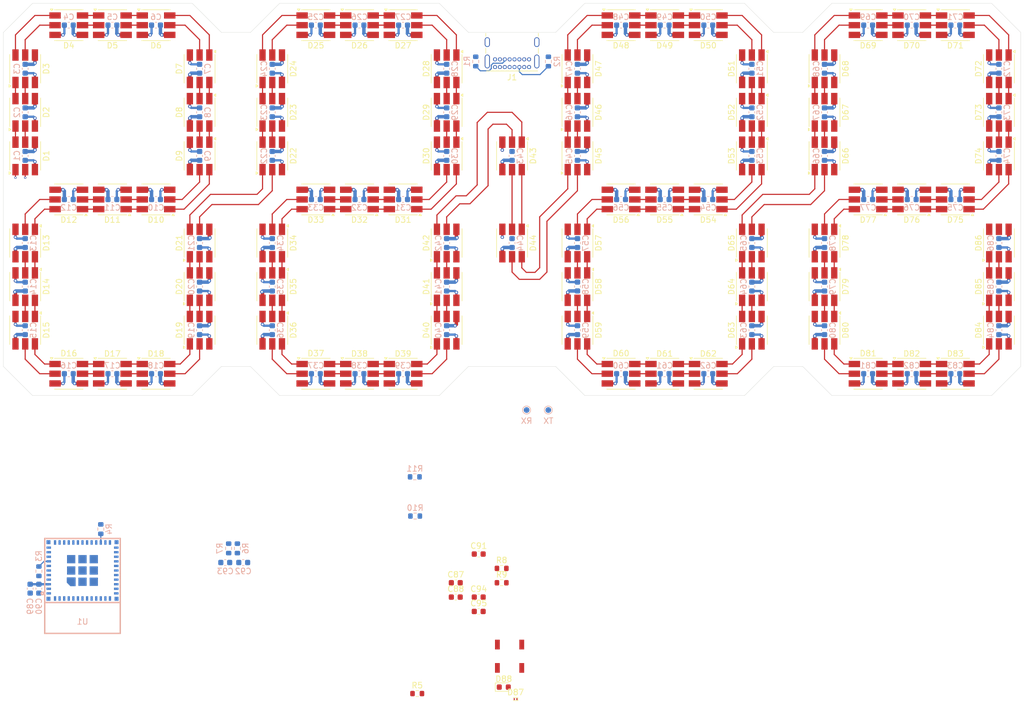
<source format=kicad_pcb>
(kicad_pcb (version 20241229) (generator "pcbnew") (generator_version "9.0")
  (layers (0 "F.Cu" signal "F.Cu (Sig)") (4 "In1.Cu" power "In1.Cu (PWR)") (6 "In2.Cu" power "In2.Cu (GND)") (2 "B.Cu" signal "B.Cu (Sig)") (13 "F.Paste" user) (15 "B.Paste" user) (5 "F.SilkS" user "F.Silkscreen") (7 "B.SilkS" user "B.Silkscreen") (1 "F.Mask" user) (3 "B.Mask" user) (25 "Edge.Cuts" user))
  (net 0 "")
  (net 1 "GND")
  (net 2 "+5V")
  (net 3 "Net-(D1-CO)")
  (net 4 "/UD'+")
  (net 5 "Net-(D1-DO)")
  (net 6 "/UD'-")
  (net 7 "Net-(D2-DO)")
  (net 8 "Net-(D2-CO)")
  (net 9 "Net-(D3-DO)")
  (net 10 "Net-(D3-CO)")
  (net 11 "Net-(D4-CO)")
  (net 12 "Net-(D4-DO)")
  (net 13 "Net-(D5-DO)")
  (net 14 "Net-(D5-CO)")
  (net 15 "Net-(D6-DO)")
  (net 16 "Net-(D6-CO)")
  (net 17 "Net-(D7-CO)")
  (net 18 "Net-(D7-DO)")
  (net 19 "Net-(D8-CO)")
  (net 20 "Net-(D8-DO)")
  (net 21 "Net-(D10-DI)")
  (net 22 "Net-(D10-CI)")
  (net 23 "Net-(D10-DO)")
  (net 24 "Net-(D10-CO)")
  (net 25 "Net-(D11-CO)")
  (net 26 "Net-(D11-DO)")
  (net 27 "Net-(D12-DO)")
  (net 28 "Net-(D12-CO)")
  (net 29 "Net-(D13-CO)")
  (net 30 "Net-(D13-DO)")
  (net 31 "Net-(D14-DO)")
  (net 32 "Net-(D14-CO)")
  (net 33 "Net-(D15-CO)")
  (net 34 "Net-(D15-DO)")
  (net 35 "Net-(D16-DO)")
  (net 36 "Net-(D16-CO)")
  (net 37 "Net-(D17-CO)")
  (net 38 "Net-(D17-DO)")
  (net 39 "Net-(D18-DO)")
  (net 40 "Net-(D18-CO)")
  (net 41 "Net-(D19-DO)")
  (net 42 "Net-(D19-CO)")
  (net 43 "Net-(D20-CO)")
  (net 44 "Net-(D20-DO)")
  (net 45 "/Digit0/CO")
  (net 46 "/Digit0/DO")
  (net 47 "Net-(D22-DO)")
  (net 48 "Net-(D22-CO)")
  (net 49 "Net-(D23-CO)")
  (net 50 "Net-(D26-CO)")
  (net 51 "Net-(D23-DO)")
  (net 52 "Net-(D26-DO)")
  (net 53 "Net-(D24-DO)")
  (net 54 "Net-(D24-CO)")
  (net 55 "Net-(D25-CO)")
  (net 56 "Net-(D25-DO)")
  (net 57 "Net-(D29-DO)")
  (net 58 "Net-(D29-CO)")
  (net 59 "Net-(D27-DO)")
  (net 60 "Net-(D27-CO)")
  (net 61 "Net-(D28-CO)")
  (net 62 "Net-(D28-DO)")
  (net 63 "Net-(D32-CO)")
  (net 64 "Net-(D32-DO)")
  (net 65 "Net-(D30-CO)")
  (net 66 "Net-(D30-DO)")
  (net 67 "Net-(D31-CO)")
  (net 68 "Net-(D31-DO)")
  (net 69 "Net-(D35-CO)")
  (net 70 "Net-(D35-DO)")
  (net 71 "Net-(D33-DO)")
  (net 72 "Net-(D33-CO)")
  (net 73 "Net-(D34-DO)")
  (net 74 "Net-(D34-CO)")
  (net 75 "Net-(D38-DO)")
  (net 76 "Net-(D38-CO)")
  (net 77 "Net-(D36-DO)")
  (net 78 "Net-(D36-CO)")
  (net 79 "Net-(D37-DO)")
  (net 80 "Net-(D37-CO)")
  (net 81 "Net-(D41-CO)")
  (net 82 "Net-(D41-DO)")
  (net 83 "Net-(D39-CO)")
  (net 84 "Net-(D39-DO)")
  (net 85 "Net-(D40-CO)")
  (net 86 "Net-(D40-DO)")
  (net 87 "/Digit1/CO")
  (net 88 "/Digit1/DO")
  (net 89 "Net-(D43-DO)")
  (net 90 "Net-(D43-CO)")
  (net 91 "/Digit2/DI")
  (net 92 "/Digit2/CI")
  (net 93 "Net-(D45-CO)")
  (net 94 "Net-(D45-DO)")
  (net 95 "Net-(D49-CO)")
  (net 96 "Net-(D49-DO)")
  (net 97 "Net-(D46-CO)")
  (net 98 "Net-(D46-DO)")
  (net 99 "Net-(D47-DO)")
  (net 100 "Net-(D47-CO)")
  (net 101 "Net-(D48-DO)")
  (net 102 "Net-(D48-CO)")
  (net 103 "Net-(D52-DO)")
  (net 104 "Net-(D52-CO)")
  (net 105 "Net-(D50-DO)")
  (net 106 "Net-(D50-CO)")
  (net 107 "Net-(D51-DO)")
  (net 108 "Net-(D51-CO)")
  (net 109 "Net-(D55-DO)")
  (net 110 "Net-(D55-CO)")
  (net 111 "Net-(D53-CO)")
  (net 112 "Net-(D53-DO)")
  (net 113 "Net-(D54-CO)")
  (net 114 "Net-(D54-DO)")
  (net 115 "Net-(D58-CO)")
  (net 116 "Net-(D58-DO)")
  (net 117 "Net-(D56-CO)")
  (net 118 "Net-(D56-DO)")
  (net 119 "Net-(D57-CO)")
  (net 120 "Net-(D57-DO)")
  (net 121 "Net-(D61-CO)")
  (net 122 "Net-(D61-DO)")
  (net 123 "Net-(D59-CO)")
  (net 124 "Net-(D59-DO)")
  (net 125 "Net-(D60-CO)")
  (net 126 "Net-(D60-DO)")
  (net 127 "Net-(D64-DO)")
  (net 128 "Net-(D64-CO)")
  (net 129 "Net-(D62-CO)")
  (net 130 "Net-(D62-DO)")
  (net 131 "Net-(D63-DO)")
  (net 132 "Net-(D63-CO)")
  (net 133 "/Digit2/CO")
  (net 134 "/Digit2/DO")
  (net 135 "Net-(D66-CO)")
  (net 136 "Net-(D66-DO)")
  (net 137 "Net-(D67-CO)")
  (net 138 "Net-(D70-DO)")
  (net 139 "Net-(D70-CO)")
  (net 140 "Net-(D67-DO)")
  (net 141 "Net-(D68-DO)")
  (net 142 "Net-(D68-CO)")
  (net 143 "Net-(D69-CO)")
  (net 144 "Net-(D69-DO)")
  (net 145 "Net-(D73-CO)")
  (net 146 "Net-(D73-DO)")
  (net 147 "Net-(D71-CO)")
  (net 148 "Net-(D71-DO)")
  (net 149 "Net-(D72-DO)")
  (net 150 "Net-(D72-CO)")
  (net 151 "Net-(D76-DO)")
  (net 152 "Net-(D76-CO)")
  (net 153 "Net-(D74-DO)")
  (net 154 "Net-(D74-CO)")
  (net 155 "Net-(D75-CO)")
  (net 156 "Net-(D75-DO)")
  (net 157 "Net-(D79-DO)")
  (net 158 "Net-(D79-CO)")
  (net 159 "Net-(D77-DO)")
  (net 160 "Net-(D77-CO)")
  (net 161 "Net-(D78-DO)")
  (net 162 "Net-(D78-CO)")
  (net 163 "Net-(D82-CO)")
  (net 164 "Net-(D82-DO)")
  (net 165 "Net-(D80-CO)")
  (net 166 "Net-(D80-DO)")
  (net 167 "Net-(D81-CO)")
  (net 168 "Net-(D81-DO)")
  (net 169 "Net-(D85-CO)")
  (net 170 "Net-(D85-DO)")
  (net 171 "Net-(D83-CO)")
  (net 172 "Net-(D83-DO)")
  (net 173 "Net-(D84-CO)")
  (net 174 "Net-(D84-DO)")
  (net 175 "/Digit3/DO")
  (net 176 "/Digit3/CO")
  (net 177 "/DO")
  (net 179 "/CC2")
  (net 181 "/CO")
  (net 182 "/CC1")
  (net 184 "+3V3")
  (net 185 "CHIP_EN")
  (net 186 "/UD+")
  (net 187 "/UD-")
  (net 188 "BOOT")
  (net 189 "Net-(D88-A)")
  (net 190 "/Digit0/DI")
  (net 191 "/Digit0/CI")
  (net 192 "Net-(U1-GPIO8)")
  (net 193 "/LED_BUILTIN")
  (net 194 "COLOR")
  (net 195 "MODE")
  (net 196 "Net-(U1-GPIO21{slash}U0TXD)")
  (net 197 "Net-(U1-GPIO20{slash}U0RXD)")
  (footprint "LED_SMD:LED_RGB_5050-6" (layer "F.Cu") (at 175.26 63.5 90)
    (property "Reference" "D66")
    (property "Value" "HD107S")
  )
  (footprint "LED_SMD:LED_RGB_5050-6" (layer "F.Cu") (at 50.8 101.6)
    (property "Reference" "D17")
    (property "Value" "HD107S")
  )
  (footprint "LED_SMD:LED_RGB_5050-6" (layer "F.Cu") (at 120.65 78.74 -90)
    (property "Reference" "D44")
    (property "Value" "HD107S")
  )
  (footprint "LED_SMD:LED_RGB_5050-6" (layer "F.Cu") (at 182.88 40.64)
    (property "Reference" "D69")
    (property "Value" "HD107S")
  )
  (footprint "LED_SMD:LED_RGB_5050-6" (layer "F.Cu") (at 50.8 71.12 180)
    (property "Reference" "D11")
    (property "Value" "HD107S")
  )
  (footprint "LED_SMD:LED_RGB_5050-6" (layer "F.Cu") (at 35.56 63.5 90)
    (property "Reference" "D1")
    (property "Value" "HD107S")
  )
  (footprint "LED_SMD:LED_RGB_5050-6" (layer "F.Cu") (at 198.12 101.6)
    (property "Reference" "D83")
    (property "Value" "HD107S")
  )
  (footprint "LED_SMD:LED_RGB_5050-6" (layer "F.Cu") (at 154.94 71.12 180)
    (property "Reference" "D54")
    (property "Value" "HD107S")
  )
  (footprint "LED_SMD:LED_RGB_5050-6" (layer "F.Cu") (at 58.42 101.6)
    (property "Reference" "D18")
    (property "Value" "HD107S")
  )
  (footprint "LED_SMD:LED_RGB_5050-6" (layer "F.Cu") (at 175.26 93.98 -90)
    (property "Reference" "D80")
    (property "Value" "HD107S")
  )
  (footprint "LED_SMD:LED_RGB_5050-6" (layer "F.Cu") (at 43.18 40.64)
    (property "Reference" "D4")
    (property "Value" "HD107S")
  )
  (footprint "LED_SMD:LED_RGB_5050-6" (layer "F.Cu") (at 66.04 93.98 90)
    (property "Reference" "D19")
    (property "Value" "HD107S")
  )
  (footprint "LED_SMD:LED_RGB_5050-6" (layer "F.Cu") (at 93.98 101.6)
    (property "Reference" "D38")
    (property "Value" "HD107S")
  )
  (footprint "LED_SMD:LED_RGB_5050-6" (layer "F.Cu") (at 139.7 101.6)
    (property "Reference" "D60")
    (property "Value" "HD107S")
  )
  (footprint "Resistor_SMD:R_0603_1608Metric" (layer "F.Cu") (at 118.831 138.157)
    (property "Reference" "R9")
    (property "Value" "10k")
  )
  (footprint "Capacitor_SMD:C_0603_1608Metric" (layer "F.Cu") (at 114.821 140.667)
    (property "Reference" "C94")
    (property "Value" "100nF")
  )
  (footprint "LED_SMD:LED_RGB_5050-6" (layer "F.Cu") (at 78.74 86.36 -90)
    (property "Reference" "D35")
    (property "Value" "HD107S")
  )
  (footprint "LED_SMD:LED_RGB_5050-6" (layer "F.Cu") (at 78.74 78.74 -90)
    (property "Reference" "D34")
    (property "Value" "HD107S")
  )
  (footprint "Capacitor_SMD:C_0603_1608Metric" (layer "F.Cu") (at 114.821 143.177)
    (property "Reference" "C95")
    (property "Value" "100nF")
  )
  (footprint "LED_SMD:LED_RGB_5050-6" (layer "F.Cu") (at 154.94 101.6)
    (property "Reference" "D62")
    (property "Value" "HD107S")
  )
  (footprint "LED_SMD:LED_RGB_5050-6" (layer "F.Cu") (at 132.08 78.74 -90)
    (property "Reference" "D57")
    (property "Value" "HD107S")
  )
  (footprint "LED_SMD:LED_RGB_5050-6" (layer "F.Cu") (at 58.42 40.64)
    (property "Reference" "D6")
    (property "Value" "HD107S")
  )
  (footprint "Capacitor_SMD:C_0603_1608Metric" (layer "F.Cu") (at 110.811 138.157)
    (property "Reference" "C87")
    (property "Value" "1uF")
  )
  (footprint "LED_SMD:LED_RGB_5050-6" (layer "F.Cu") (at 190.5 40.64)
    (property "Reference" "D70")
    (property "Value" "HD107S")
  )
  (footprint "LED_SMD:LED_RGB_5050-6" (layer "F.Cu") (at 109.22 63.5 -90)
    (property "Reference" "D30")
    (property "Value" "HD107S")
  )
  (footprint "LED_SMD:LED_RGB_5050-6" (layer "F.Cu") (at 35.56 55.88 90)
    (property "Reference" "D2")
    (property "Value" "HD107S")
  )
  (footprint "LED_SMD:LED_RGB_5050-6" (layer "F.Cu") (at 109.22 55.88 -90)
    (property "Reference" "D29")
    (property "Value" "HD107S")
  )
  (footprint "LED_SMD:LED_RGB_5050-6" (layer "F.Cu") (at 162.56 86.36 90)
    (property "Reference" "D64")
    (property "Value" "HD107S")
  )
  (footprint "Capacitor_SMD:C_0603_1608Metric" (layer "F.Cu") (at 110.811 140.667)
    (property "Reference" "C88")
    (property "Value" "10uF")
  )
  (footprint "LED_SMD:LED_RGB_5050-6" (layer "F.Cu") (at 147.32 101.6)
    (property "Reference" "D61")
    (property "Value" "HD107S")
  )
  (footprint "LED_SMD:LED_RGB_5050-6" (layer "F.Cu") (at 66.04 86.36 90)
    (property "Reference" "D20")
    (property "Value" "HD107S")
  )
  (footprint "LED_SMD:LED_RGB_5050-6" (layer "F.Cu") (at 147.32 40.64)
    (property "Reference" "D49")
    (property "Value" "HD107S")
  )
  (footprint "LED_SMD:LED_RGB_5050-6" (layer "F.Cu") (at 86.36 40.64)
    (property "Reference" "D25")
    (property "Value" "HD107S")
  )
  (footprint "Resistor_SMD:R_0603_1608Metric" (layer "F.Cu") (at 104.077 157.54)
    (property "Reference" "R5")
    (property "Value" "1k3")
  )
  (footprint "LED_SMD:LED_RGB_5050-6" (layer "F.Cu") (at 66.04 78.74 90)
    (property "Reference" "D21")
    (property "Value" "HD107S")
  )
  (footprint "LED_SMD:LED_RGB_5050-6" (layer "F.Cu") (at 109.22 93.98 90)
    (property "Reference" "D40")
    (property "Value" "HD107S")
  )
  (footprint "LED_SMD:LED_RGB_5050-6" (layer "F.Cu") (at 93.98 40.64)
    (property "Reference" "D26")
    (property "Value" "HD107S")
  )
  (footprint "LED_SMD:LED_RGB_5050-6" (layer "F.Cu") (at 109.22 78.74 90)
    (property "Reference" "D42")
    (property "Value" "HD107S")
  )
  (footprint "LED_SMD:LED_RGB_5050-6" (layer "F.Cu") (at 162.56 63.5 -90)
    (property "Reference" "D53")
    (property "Value" "HD107S")
  )
  (footprint "LED_SMD:LED_RGB_5050-6" (layer "F.Cu") (at 205.74 48.26 -90)
    (property "Reference" "D72")
    (property "Value" "HD107S")
  )
  (footprint "LED_SMD:LED_RGB_5050-6" (layer "F.Cu") (at 86.36 71.12 180)
    (property "Reference" "D33")
    (property "Value" "HD107S")
  )
  (footprint "LED_SMD:LED_RGB_5050-6" (layer "F.Cu") (at 162.56 48.26 -90)
    (property "Reference" "D51")
    (property "Value" "HD107S")
  )
  (footprint "LED_SMD:LED_RGB_5050-6" (layer "F.Cu") (at 66.04 55.88 -90)
    (property "Reference" "D8")
    (property "Value" "HD107S")
  )
  (footprint "LED_SMD:LED_RGB_5050-6" (layer "F.Cu") (at 78.74 93.98 -90)
    (property "Reference" "D36")
    (property "Value" "HD107S")
  )
  (footprint "LED_SMD:LED_RGB_5050-6" (layer "F.Cu") (at 50.8 40.64)
    (property "Reference" "D5")
    (property "Value" "HD107S")
  )
  (footprint "LED_SMD:LED_RGB_5050-6" (layer "F.Cu") (at 162.56 55.88 -90)
    (property "Reference" "D52")
    (property "Value" "HD107S")
  )
  (footprint "LED_SMD:LED_RGB_5050-6" (layer "F.Cu") (at 109.22 48.26 -90)
    (property "Reference" "D28")
    (property "Value" "HD107S")
  )
  (footprint "LED_SMD:LED_RGB_5050-6" (layer "F.Cu") (at 162.56 78.74 90)
    (property "Reference" "D65")
    (property "Value" "HD107S")
  )
  (footprint "LED_SMD:LED_0603_1608Metric" (layer "F.Cu") (at 119.201 156.407)
    (property "Reference" "D88")
    (property "Value" "GREEN")
  )
  (footprint "LED_SMD:LED_RGB_5050-6" (layer "F.Cu") (at 162.56 93.98 90)
    (property "Reference" "D63")
    (property "Value" "HD107S")
  )
  (footprint "LED_SMD:LED_RGB_5050-6" (layer "F.Cu") (at 139.7 71.12 180)
    (property "Reference" "D56")
    (property "Value" "HD107S")
  )
  (footprint "LED_SMD:LED_RGB_5050-6" (layer "F.Cu") (at 147.32 71.12 180)
    (property "Reference" "D55")
    (property "Value" "HD107S")
  )
  (footprint "LED_SMD:LED_RGB_5050-6" (layer "F.Cu") (at 78.74 48.26 90)
    (property "Reference" "D24")
    (property "Value" "HD107S")
  )
  (footprint "LED_SMD:LED_RGB_5050-6" (layer "F.Cu") (at 139.7 40.64)
    (property "Reference" "D48")
    (property "Value" "HD107S")
  )
  (footprint "LED_SMD:LED_RGB_5050-6" (layer "F.Cu") (at 132.08 48.26 90)
    (property "Reference" "D47")
    (property "Value" "HD107S")
  )
  (footprint "LED_SMD:LED_RGB_5050-6" (layer "F.Cu") (at 175.26 48.26 90)
    (property "Reference" "D68")
    (property "Value" "HD107S")
  )
  (footprint "LED_SMD:LED_RGB_5050-6" (layer "F.Cu") (at 132.08 63.5 90)
    (property "Reference" "D45")
    (property "Value" "HD107S")
  )
  (footprint "LED_SMD:LED_RGB_5050-6" (layer "F.Cu") (at 78.74 63.5 90)
    (property "Reference" "D22")
    (property "Value" "HD107S")
  )
  (footprint "LED_SMD:LED_RGB_5050-6" (layer "F.Cu") (at 190.5 71.12 180)
    (property "Reference" "D76")
    (property "Value" "HD107S")
  )
  (footprint "LED_SMD:LED_RGB_5050-6" (layer "F.Cu") (at 43.18 101.6)
    (property "Reference" "D16")
    (property "Value" "HD107S")
  )
  (footprint "LED_SMD:LED_RGB_5050-6" (layer "F.Cu") (at 132.08 86.36 -90)
    (property "Reference" "D58")
    (property "Value" "HD107S")
  )
  (footprint "LED_SMD:LED_RGB_5050-6" (layer "F.Cu") (at 154.94 40.64)
    (property "Reference" "D50")
    (property "Value" "HD107S")
  )
  (footprint "LED_SMD:LED_RGB_5050-6" (layer "F.Cu") (at 190.5 101.6)
    (property "Reference" "D82")
    (property "Value" "HD107S")
  )
  (footprint "LED_SMD:LED_RGB_5050-6" (layer "F.Cu") (at 101.6 101.6)
    (property "Reference" "D39")
    (property "Value" "HD107S")
  )
  (footprint "LED_SMD:LED_RGB_5050-6" (layer "F.Cu") (at 101.6 40.64)
    (property "Reference" "D27")
    (property "Value" "HD107S")
  )
  (footprint "LED_SMD:LED_RGB_5050-6" (layer "F.Cu") (at 198.12 71.12 180)
    (property "Reference" "D75")
    (property "Value" "HD107S")
  )
  (footprint "Connector_USB:USB_C_Receptacle_GCT_USB4085" (layer "F.Cu") (at 123.625 47.967 180)
    (property "Reference" "J1")
    (property "Value" "USBC_USB2.0")
  )
  (footprint "LED_SMD:LED_RGB_5050-6" (layer "F.Cu") (at 205.74 93.98 90)
    (property "Reference" "D84")
    (property "Value" "HD107S")
  )
  (footprint "LED_SMD:LED_RGB_5050-6" (layer "F.Cu") (at 205.74 86.36 90)
    (property "Reference" "D85")
    (property "Value" "HD107S")
  )
  (footprint "Capacitor_SMD:C_0603_1608Metric" (layer "F.Cu") (at 114.821 133.137)
    (property "Reference" "C91")
    (property "Value" "1uF")
  )
  (footprint "EasyEDA2KiCad:KEY-SMD_L3.9-W3.0-LS5.0-EH" (layer "F.Cu") (at 120.216 153.052)
    (property "Reference" "SW4")
    (property "Value" "RESET")
  )
  (footprint "LED_SMD:LED_RGB_5050-6" (layer "F.Cu") (at 205.74 78.74 90)
    (property "Reference" "D86")
    (property "Value" "HD107S")
  )
  (footprint "Resistor_SMD:R_0603_1608Metric" (layer "F.Cu") (at 118.831 135.647)
    (property "Reference" "R8")
    (property "Value" "10k")
  )
  (footprint "LED_SMD:LED_RGB_5050-6" (layer "F.Cu") (at 175.26 86.36 -90)
    (property "Reference" "D79")
    (property "Value" "HD107S")
  )
  (footprint "LED_SMD:LED_RGB_5050-6" (layer "F.Cu") (at 101.6 71.12 180)
    (property "Reference" "D31")
    (property "Value" "HD107S")
  )
  (footprint "LED_SMD:LED_RGB_5050-6" (layer "F.Cu") (at 109.22 86.36 90)
    (property "Reference" "D41")
    (property "Value" "HD107S")
  )
  (footprint "EasyEDA2KiCad:KEY-SMD_L3.9-W3.0-LS5.0-EH" (layer "F.Cu") (at 120.216 148.967)
    (property "Reference" "SW3")
    (property "Value" "BOOT")
  )
  (footprint "LED_SMD:LED_RGB_5050-6" (layer "F.Cu") (at 205.74 55.88 -90)
    (property "Reference" "D73")
    (property "Value" "HD107S")
  )
  (footprint "LED_SMD:LED_RGB_5050-6" (layer "F.Cu") (at 132.08 55.88 90)
    (property "Reference" "D46")
    (property "Value" "HD107S")
  )
  (footprint "LED_SMD:LED_RGB_5050-6" (layer "F.Cu") (at 86.36 101.6)
    (property "Reference" "D37")
    (property "Value" "HD107S")
  )
  (footprint "EasyEDA2KiCad:X2SON-2_L0.6-W0.3-P0.35_ESD441DPLR" (layer "F.Cu") (at 121.266 158.512)
    (property "Reference" "D87")
    (property "Value" "TVS")
  )
  (footprint "LED_SMD:LED_RGB_5050-6" (layer "F.Cu") (at 66.04 48.26 -90)
    (property "Reference" "D7")
    (property "Value" "HD107S")
  )
  (footprint "LED_SMD:LED_RGB_5050-6" (layer "F.Cu") (at 35.56 86.36 -90)
    (property "Reference" "D14")
    (property "Value" "HD107S")
  )
  (footprint "LED_SMD:LED_RGB_5050-6" (layer "F.Cu") (at 205.74 63.5 -90)
    (property "Reference" "D74")
    (property "Value" "HD107S")
  )
  (footprint "LED_SMD:LED_RGB_5050-6" (layer "F.Cu") (at 175.26 78.74 -90)
    (property "Reference" "D78")
    (property "Value" "HD107S")
  )
  (footprint "LED_SMD:LED_RGB_5050-6" (layer "F.Cu") (at 182.88 71.12 180)
    (property "Reference" "D77")
    (property "Value" "HD107S")
  )
  (footprint "LED_SMD:LED_RGB_5050-6" (layer "F.Cu") (at 35.56 78.74 -90)
    (property "Reference" "D13")
    (property "Value" "HD107S")
  )
  (footprint "LED_SMD:LED_RGB_5050-6" (layer "F.Cu") (at 132.08 93.98 -90)
    (property "Reference" "D59")
    (property "Value" "HD107S")
  )
  (footprint "LED_SMD:LED_RGB_5050-6" (layer "F.Cu") (at 198.12 40.64)
    (property "Reference" "D71")
    (property "Value" "HD107S")
  )
  (footprint "LED_SMD:LED_RGB_5050-6" (layer "F.Cu") (at 43.18 71.12 180)
    (property "Reference" "D12")
    (property "Value" "HD107S")
  )
  (footprint "LED_SMD:LED_RGB_5050-6" (layer "F.Cu") (at 35.56 48.26 90)
    (property "Reference" "D3")
    (property "Value" "HD107S")
  )
  (footprint "LED_SMD:LED_RGB_5050-6" (layer "F.Cu") (at 78.74 55.88 90)
    (property "Reference" "D23")
    (property "Value" "HD107S")
  )
  (footprint "LED_SMD:LED_RGB_5050-6" (layer "F.Cu") (at 182.88 101.6)
    (property "Reference" "D81")
    (property "Value" "HD107S")
  )
  (footprint "LED_SMD:LED_RGB_5050-6" (layer "F.Cu") (at 66.04 63.5 -90)
    (property "Reference" "D9")
    (property "Value" "HD107S")
  )
  (footprint "LED_SMD:LED_RGB_5050-6" (layer "F.Cu") (at 35.56 93.98 -90)
    (property "Reference" "D15")
    (property "Value" "HD107S")
  )
  (footprint "LED_SMD:LED_RGB_5050-6" (layer "F.Cu") (at 175.26 55.88 90)
    (property "Reference" "D67")
    (property "Value" "HD107S")
  )
  (footprint "LED_SMD:LED_RGB_5050-6" (layer "F.Cu") (at 93.98 71.12 180)
    (property "Reference" "D32")
    (property "Value" "HD107S")
  )
  (footprint "LED_SMD:LED_RGB_5050-6" (layer "F.Cu") (at 120.65 63.5 -90)
    (property "Reference" "D43")
    (property "Value" "HD107S")
  )
  (footprint "LED_SMD:LED_RGB_5050-6" (layer "F.Cu") (at 58.42 71.12 180)
    (property "Reference" "D10")
    (property "Value" "HD107S")
  )
  (footprint "Capacitor_SMD:C_0603_1608Metric" (layer "B.Cu") (at 162.56 78.74 -90)
    (property "Reference" "C65")
    (property "Value" "100nF")
  )
  (footprint "Capacitor_SMD:C_0603_1608Metric" (layer "B.Cu") (at 50.8 101.6 180)
    (property "Reference" "C17")
    (property "Value" "100nF")
  )
  (footprint "Resistor_SMD:R_0603_1608Metric" (layer "B.Cu") (at 48.774 128.775 90)
    (property "Reference" "R4")
    (property "Value" "10k")
  )
  (footprint "Capacitor_SMD:C_0603_1608Metric" (layer "B.Cu") (at 35.56 55.88 -90)
    (property "Reference" "C2")
    (property "Value" "100nF")
  )
  (footprint "Capacitor_SMD:C_0603_1608Metric" (layer "B.Cu") (at 109.22 63.5 90)
    (property "Reference" "C30")
    (property "Value" "100nF")
  )
  (footprint "Capacitor_SMD:C_0603_1608Metric" (layer "B.Cu") (at 175.26 48.26 -90)
    (property "Reference" "C68")
    (property "Value" "100nF")
  )
  (footprint "Capacitor_SMD:C_0603_1608Metric" (layer "B.Cu") (at 101.6 40.64 180)
    (property "Reference" "C27")
    (property "Value" "100nF")
  )
  (footprint "Capacitor_SMD:C_0603_1608Metric" (layer "B.Cu") (at 78.74 93.98 90)
    (property "Reference" "C36")
    (property "Value" "100nF")
  )
  (footprint "Capacitor_SMD:C_0603_1608Metric" (layer "B.Cu") (at 36.43 139.189 -90)
    (property "Reference" "C89")
    (property "Value" "10uF")
  )
  (footprint "Capacitor_SMD:C_0603_1608Metric" (layer "B.Cu") (at 205.74 48.26 90)
    (property "Reference" "C72")
    (property "Value" "100nF")
  )
  (footprint "Capacitor_SMD:C_0603_1608Metric" (layer "B.Cu") (at 132.08 48.26 -90)
    (property "Reference" "C47")
    (property "Value" "100nF")
  )
  (footprint "Capacitor_SMD:C_0603_1608Metric" (layer "B.Cu") (at 58.42 101.6 180)
    (property "Reference" "C18")
    (property "Value" "100nF")
  )
  (footprint "Capacitor_SMD:C_0603_1608Metric" (layer "B.Cu") (at 50.8 40.64 180)
    (property "Reference" "C5")
    (property "Value" "100nF")
  )
  (footprint "Capacitor_SMD:C_0603_1608Metric" (layer "B.Cu") (at 132.08 86.347 90)
    (property "Reference" "C58")
    (property "Value" "100nF")
  )
  (footprint "Capacitor_SMD:C_0603_1608Metric" (layer "B.Cu") (at 109.22 48.26 90)
    (property "Reference" "C28")
    (property "Value" "100nF")
  )
  (footprint "Capacitor_SMD:C_0603_1608Metric" (layer "B.Cu") (at 66.04 93.98 -90)
    (property "Reference" "C19")
    (property "Value" "100nF")
  )
  (footprint "Capacitor_SMD:C_0603_1608Metric" (layer "B.Cu") (at 101.6 101.6 180)
    (property "Reference" "C39")
    (property "Value" "100nF")
  )
  (footprint "Resistor_SMD:R_0603_1608Metric" (layer "B.Cu") (at 127 46.99 -90)
    (property "Reference" "R2")
    (property "Value" "5.1k")
  )
  (footprint "Capacitor_SMD:C_0603_1608Metric" (layer "B.Cu") (at 154.94 40.64 180)
    (property "Reference" "C50")
    (property "Value" "100nF")
  )
  (footprint "EasyEDA2KiCad:WIFIM-SMD_ESP32-C3-MINI-1" (layer "B.Cu") (at 45.574 136.014)
    (property "Reference" "U1")
    (property "Value" "ESP32-C3-MINI-1")
  )
  (footprint "Capacitor_SMD:C_0603_1608Metric" (layer "B.Cu") (at 198.12 40.64 180)
    (property "Reference" "C71")
    (property "Value" "100nF")
  )
  (footprint "Capacitor_SMD:C_0603_1608Metric" (layer "B.Cu") (at 35.56 48.26 -90)
    (property "Reference" "C3")
    (property "Value" "100nF")
  )
  (footprint "Capacitor_SMD:C_0603_1608Metric" (layer "B.Cu") (at 58.42 40.64 180)
    (property "Reference" "C6")
    (property "Value" "100nF")
  )
  (footprint "Capacitor_SMD:C_0603_1608Metric" (layer "B.Cu") (at 93.98 71.12)
    (property "Reference" "C32")
    (property "Value" "100nF")
  )
  (footprint "Resistor_SMD:R_0603_1608Metric" (layer "B.Cu") (at 37.954 136.141 90)
    (property "Reference" "R3")
    (property "Value" "10k")
  )
  (footprint "Capacitor_SMD:C_0603_1608Metric" (layer "B.Cu") (at 162.56 86.36 -90)
    (property "Reference" "C64")
    (property "Value" "100nF")
  )
  (footprint "Capacitor_SMD:C_0603_1608Metric" (layer "B.Cu") (at 86.36 40.64 180)
    (property "Reference" "C25")
    (property "Value" "100nF")
  )
  (footprint "Resistor_SMD:R_0603_1608Metric" (layer "B.Cu") (at 71.12 132.143 90)
    (property "Reference" "R7")
    (property "Value" "0")
  )
  (footprint "Capacitor_SMD:C_0603_1608Metric" (layer "B.Cu") (at 101.6 71.12)
    (property "Reference" "C31")
    (property "Value" "100nF")
  )
  (footprint "Capacitor_SMD:C_0603_1608Metric" (layer "B.Cu") (at 190.5 40.64 180)
    (property "Reference" "C70")
    (property "Value" "100nF")
  )
  (footprint "Capacitor_SMD:C_0603_1608Metric" (layer "B.Cu") (at 132.08 63.5 -90)
    (property "Reference" "C45")
    (property "Value" "100nF")
  )
  (footprint "Capacitor_SMD:C_0603_1608Metric" (layer "B.Cu") (at 190.5 71.12)
    (property "Reference" "C76")
    (property "Value" "100nF")
  )
  (footprint "Capacitor_SMD:C_0603_1608Metric" (layer "B.Cu") (at 43.18 71.12)
    (property "Reference" "C12")
    (property "Value" "100nF")
  )
  (footprint "Capacitor_SMD:C_0603_1608Metric" (layer "B.Cu") (at 66.04 55.88 90)
    (property "Reference" "C8")
    (property "Value" "100nF")
  )
  (footprint "Capacitor_SMD:C_0603_1608Metric" (layer "B.Cu") (at 139.7 101.6 180)
    (property "Reference" "C60")
    (property "Value" "100nF")
  )
  (footprint "Capacitor_SMD:C_0603_1608Metric" (layer "B.Cu") (at 147.32 40.64 180)
    (property "Reference" "C49")
    (property "Value" "100nF")
  )
  (footprint "Capacitor_SMD:C_0603_1608Metric" (layer "B.Cu") (at 182.88 40.64 180)
    (property "Reference" "C69")
    (property "Value" "100nF")
  )
  (footprint "Capacitor_SMD:C_0603_1608Metric" (layer "B.Cu") (at 139.7 71.12)
    (property "Reference" "C56")
    (property "Value" "100nF")
  )
  (footprint "Capacitor_SMD:C_0603_1608Metric" (layer "B.Cu") (at 66.04 48.26 90)
    (property "Reference" "C7")
    (property "Value" "100nF")
  )
  (footprint "Capacitor_SMD:C_0603_1608Metric" (layer "B.Cu") (at 78.74 63.5 -90)
    (property "Reference" "C22")
    (property "Value" "100nF")
  )
  (footprint "Capacitor_SMD:C_0603_1608Metric" (layer "B.Cu") (at 132.08 55.88 -90)
    (property "Reference" "C46")
    (property "Value" "100nF")
  )
  (footprint "Capacitor_SMD:C_0603_1608Metric" (layer "B.Cu") (at 86.36 101.6 180)
    (property "Reference" "C37")
    (property "Value" "100nF")
  )
  (footprint "Capacitor_SMD:C_0603_1608Metric" (layer "B.Cu") (at 154.94 71.12)
    (property "Reference" "C54")
    (property "Value" "100nF")
  )
  (footprint "Capacitor_SMD:C_0603_1608Metric" (layer "B.Cu") (at 182.88 71.12)
    (property "Reference" "C77")
    (property "Value" "100nF")
  )
  (footprint "Capacitor_SMD:C_0603_1608Metric" (layer "B.Cu") (at 86.36 71.12)
    (property "Reference" "C33")
    (property "Value" "100nF")
  )
  (footprint "Capacitor_SMD:C_0603_1608Metric" (layer "B.Cu") (at 147.32 101.6 180)
    (property "Reference" "C61")
    (property "Value" "100nF")
  )
  (footprint "Capacitor_SMD:C_0603_1608Metric" (layer "B.Cu") (at 162.56 63.5 90)
    (property "Reference" "C53")
    (property "Value" "100nF")
  )
  (footprint "Capacitor_SMD:C_0603_1608Metric" (layer "B.Cu") (at 109.22 86.36 -90)
    (property "Reference" "C41")
    (property "Value" "100nF")
  )
  (footprint "Capacitor_SMD:C_0603_1608Metric" (layer "B.Cu") (at 109.22 93.98 -90)
    (property "Reference" "C40")
    (property "Value" "100nF")
  )
  (footprint "Capacitor_SMD:C_0603_1608Metric" (layer "B.Cu") (at 120.65 78.74 90)
    (property "Reference" "C44")
    (property "Value" "100nF")
  )
  (footprint "Capacitor_SMD:C_0603_1608Metric" (layer "B.Cu") (at 198.12 101.6 180)
    (property "Reference" "C83")
    (property "Value" "100nF")
  )
  (footprint "Capacitor_SMD:C_0603_1608Metric" (layer "B.Cu") (at 70.524 134.62)
    (property "Reference" "C93")
    (property "Value" "22pF")
  )
  (footprint "Capacitor_SMD:C_0603_1608Metric" (layer "B.Cu") (at 35.56 78.74 90)
    (property "Reference" "C13")
    (property "Value" "100nF")
  )
  (footprint "Capacitor_SMD:C_0603_1608Metric" (layer "B.Cu") (at 109.22 78.74 -90)
    (property "Reference" "C42")
    (property "Value" "100nF")
  )
  (footprint "Capacitor_SMD:C_0603_1608Metric" (layer "B.Cu") (at 139.7 40.64 180)
    (property "Reference" "C48")
    (property "Value" "100nF")
  )
  (footprint "Capacitor_SMD:C_0603_1608Metric" (layer "B.Cu") (at 78.74 86.36 90)
    (property "Reference" "C35")
    (property "Value" "100nF")
  )
  (footprint "Capacitor_SMD:C_0603_1608Metric" (layer "B.Cu") (at 120.65 63.5 90)
    (property "Reference" "C43")
    (property "Value" "10uF")
  )
  (footprint "Capacitor_SMD:C_0603_1608Metric" (layer "B.Cu") (at 205.74 86.36 -90)
    (property "Reference" "C85")
    (property "Value" "100nF")
  )
  (footprint "Capacitor_SMD:C_0603_1608Metric" (layer "B.Cu") (at 205.74 63.5 90)
    (property "Reference" "C74")
    (property "Value" "100nF")
  )
  (footprint "Capacitor_SMD:C_0603_1608Metric" (layer "B.Cu") (at 175.26 86.36 90)
    (property "Reference" "C79")
    (property "Value" "100nF")
  )
  (footprint "Capacitor_SMD:C_0603_1608Metric" (layer "B.Cu") (at 78.74 78.74 90)
    (property "Reference" "C34")
    (property "Value" "100nF")
  )
  (footprint "Capacitor_SMD:C_0603_1608Metric" (layer "B.Cu") (at 175.26 55.88 -90)
    (property "Reference" "C67")
    (property "Value" "100nF")
  )
  (footprint "Capacitor_SMD:C_0603_1608Metric" (layer "B.Cu") (at 78.74 48.26 -90)
    (property "Reference" "C24")
    (property "Value" "100nF")
  )
  (footprint "Resistor_SMD:R_0603_1608Metric" (layer "B.Cu") (at 103.65 119.634 180)
    (property "Reference" "R11")
    (property "Value" "0")
  )
  (footprint "Capacitor_SMD:C_0603_1608Metric" (layer "B.Cu") (at 205.74 93.98 -90)
    (property "Reference" "C84")
    (property "Value" "100nF")
  )
  (footprint "Capacitor_SMD:C_0603_1608Metric" (layer "B.Cu") (at 35.56 93.98 90)
    (property "Reference" "C15")
    (property "Value" "100nF")
  )
  (footprint "Capacitor_SMD:C_0603_1608Metric" (layer "B.Cu") (at 58.42 71.12)
    (property "Reference" "C10")
    (property "Value" "100nF")
  )
  (footprint "Capacitor_SMD:C_0603_1608Metric" (layer "B.Cu") (at 35.56 63.5 -90)
    (property "Reference" "C1")
    (property "Value" "100nF")
  )
  (footprint "Resistor_SMD:R_0603_1608Metric" (layer "B.Cu") (at 103.713 126.492 180)
    (property "Reference" "R10")
    (property "Value" "0")
  )
  (footprint "Capacitor_SMD:C_0603_1608Metric" (layer "B.Cu") (at 147.32 71.12)
    (property "Reference" "C55")
    (property "Value" "100nF")
  )
  (footprint "Capacitor_SMD:C_0603_1608Metric" (layer "B.Cu") (at 109.22 55.88 90)
    (property "Reference" "C29")
    (property "Value" "100nF")
  )
  (footprint "Resistor_SMD:R_0603_1608Metric" (layer "B.Cu") (at 114.3 46.987 -90)
    (property "Reference" "R1")
    (property "Value" "5.1k")
  )
  (footprint "Capacitor_SMD:C_0603_1608Metric" (layer "B.Cu") (at 93.98 40.64 180)
    (property "Reference" "C26")
    (property "Value" "100nF")
  )
  (footprint "Capacitor_SMD:C_0603_1608Metric" (layer "B.Cu") (at 37.954 139.189 -90)
    (property "Reference" "C90")
    (property "Value" "100nF")
  )
  (footprint "Capacitor_SMD:C_0603_1608Metric" (layer "B.Cu") (at 35.56 86.36 90)
    (property "Reference" "C14")
    (property "Value" "100nF")
  )
  (footprint "Capacitor_SMD:C_0603_1608Metric" (layer "B.Cu") (at 198.12 71.12)
    (property "Reference" "C75")
    (property "Value" "100nF")
  )
  (footprint "Capacitor_SMD:C_0603_1608Metric" (layer "B.Cu") (at 182.88 101.6 180)
    (property "Reference" "C81")
    (property "Value" "100nF")
  )
  (footprint "Capacitor_SMD:C_0603_1608Metric" (layer "B.Cu") (at 162.56 48.26 90)
    (property "Reference" "C51")
    (property "Value" "100nF")
  )
  (footprint "Capacitor_SMD:C_0603_1608Metric" (layer "B.Cu") (at 66.04 63.5 90)
    (property "Reference" "C9")
    (property "Value" "100nF")
  )
  (footprint "Capacitor_SMD:C_0603_1608Metric" (layer "B.Cu") (at 43.18 40.64 180)
    (property "Reference" "C4")
    (property "Value" "100nF")
  )
  (footprint "TestPoint:TestPoint_Pad_D1.0mm" (layer "B.Cu") (at 126.99 107.95 -90)
    (property "Reference" "TP1")
    (property "Value" "TX")
  )
  (footprint "Capacitor_SMD:C_0603_1608Metric" (layer "B.Cu") (at 132.08 93.98 90)
    (property "Reference" "C59")
    (property "Value" "100nF")
  )
  (footprint "Capacitor_SMD:C_0603_1608Metric" (layer "B.Cu") (at 162.56 55.88 90)
    (property "Reference" "C52")
    (property "Value" "100nF")
  )
  (footprint "Capacitor_SMD:C_0603_1608Metric" (layer "B.Cu") (at 73.66 134.62 180)
    (property "Reference" "C92")
    (property "Value" "22pF")
  )
  (footprint "Capacitor_SMD:C_0603_1608Metric" (layer "B.Cu") (at 93.98 101.6 180)
    (property "Reference" "C38")
    (property "Value" "100nF")
  )
  (footprint "Capacitor_SMD:C_0603_1608Metric" (layer "B.Cu") (at 66.04 78.74 -90)
    (property "Reference" "C21")
    (property "Value" "100nF")
  )
  (footprint "Capacitor_SMD:C_0603_1608Metric" (layer "B.Cu") (at 50.8 71.12)
    (property "Reference" "C11")
    (property "Value" "100nF")
  )
  (footprint "Capacitor_SMD:C_0603_1608Metric" (layer "B.Cu") (at 175.26 78.74 90)
    (property "Reference" "C78")
    (property "Value" "100nF")
  )
  (footprint "Capacitor_SMD:C_0603_1608Metric" (layer "B.Cu") (at 132.08 78.74 90)
    (property "Reference" "C57")
    (property "Value" "100nF")
  )
  (footprint "Capacitor_SMD:C_0603_1608Metric" (layer "B.Cu") (at 205.74 55.88 90)
    (property "Reference" "C73")
    (property "Value" "100nF")
  )
  (footprint "Capacitor_SMD:C_0603_1608Metric" (layer "B.Cu") (at 175.26 93.98 90)
    (property "Reference" "C80")
    (property "Value" "100nF")
  )
  (footprint "Capacitor_SMD:C_0603_1608Metric" (layer "B.Cu") (at 205.74 78.74 -90)
    (property "Reference" "C86")
    (property "Value" "100nF")
  )
  (footprint "Capacitor_SMD:C_0603_1608Metric" (layer "B.Cu") (at 66.04 86.36 -90)
    (property "Reference" "C20")
    (property "Value" "100nF")
  )
  (footprint "Capacitor_SMD:C_0603_1608Metric" (layer "B.Cu") (at 162.56 93.98 -90)
    (property "Reference" "C63")
    (property "Value" "100nF")
  )
  (footprint "Capacitor_SMD:C_0603_1608Metric" (layer "B.Cu") (at 175.26 63.5 -90)
    (property "Reference" "C66")
    (property "Value" "100nF")
  )
  (footprint "Capacitor_SMD:C_0603_1608Metric" (layer "B.Cu") (at 43.18 101.6 180)
    (property "Reference" "C16")
    (property "Value" "100nF")
  )
  (footprint "Capacitor_SMD:C_0603_1608Metric" (layer "B.Cu") (at 154.94 101.6 180)
    (property "Reference" "C62")
    (property "Value" "100nF")
  )
  (footprint "TestPoint:TestPoint_Pad_D1.0mm" (layer "B.Cu") (at 123.19 107.95 90)
    (property "Reference" "TP2")
    (property "Value" "RX")
  )
  (footprint "Capacitor_SMD:C_0603_1608Metric" (layer "B.Cu") (at 190.5 101.6 180)
    (property "Reference" "C82")
    (property "Value" "100nF")
  )
  (footprint "Capacitor_SMD:C_0603_1608Metric" (layer "B.Cu") (at 78.74 55.88 -90)
    (property "Reference" "C23")
    (property "Value" "100nF")
  )
  (footprint "Resistor_SMD:R_0603_1608Metric" (layer "B.Cu") (at 72.644 132.143 90)
    (property "Reference" "R6")
    (property "Value" "0")
  )
  (gr_line (start 209.55 41.91) (end 204.47 36.83) (stroke (width 0.05)) (layer "Edge.Cuts"))
  (gr_line (start 74.93 41.91) (end 80.01 36.83) (stroke (width 0.05)) (layer "Edge.Cuts"))
  (gr_line (start 113.03 100.33) (end 128.27 100.33) (stroke (width 0.05)) (layer "Edge.Cuts"))
  (gr_line (start 166.37 100.33) (end 161.29 105.41) (stroke (width 0.05)) (layer "Edge.Cuts"))
  (gr_line (start 209.55 100.33) (end 204.47 105.41) (stroke (width 0.05)) (layer "Edge.Cuts"))
  (gr_line (start 113.03 41.91) (end 128.27 41.91) (stroke (width 0.05)) (layer "Edge.Cuts"))
  (gr_line (start 69.85 100.33) (end 64.77 105.41) (stroke (width 0.05)) (layer "Edge.Cuts"))
  (gr_line (start 209.55 41.91) (end 209.55 100.33) (stroke (width 0.05)) (layer "Edge.Cuts"))
  (gr_line (start 171.45 41.91) (end 166.37 41.91) (stroke (width 0.05)) (layer "Edge.Cuts"))
  (gr_line (start 128.27 100.33) (end 133.35 105.41) (stroke (width 0.05)) (layer "Edge.Cuts"))
  (gr_line (start 171.45 100.33) (end 166.37 100.33) (stroke (width 0.05)) (layer "Edge.Cuts"))
  (gr_line (start 128.27 41.91) (end 133.35 36.83) (stroke (width 0.05)) (layer "Edge.Cuts"))
  (gr_line (start 80.01 36.83) (end 107.95 36.83) (stroke (width 0.05)) (layer "Edge.Cuts"))
  (gr_line (start 113.03 41.91) (end 107.95 36.83) (stroke (width 0.05)) (layer "Edge.Cuts"))
  (gr_line (start 36.83 36.83) (end 64.77 36.83) (stroke (width 0.05)) (layer "Edge.Cuts"))
  (gr_line (start 31.75 100.33) (end 31.75 41.91) (stroke (width 0.05)) (layer "Edge.Cuts"))
  (gr_line (start 176.53 36.83) (end 204.47 36.83) (stroke (width 0.05)) (layer "Edge.Cuts"))
  (gr_line (start 69.85 41.91) (end 64.77 36.83) (stroke (width 0.05)) (layer "Edge.Cuts"))
  (gr_line (start 64.77 105.41) (end 36.83 105.41) (stroke (width 0.05)) (layer "Edge.Cuts"))
  (gr_line (start 74.93 100.33) (end 69.85 100.33) (stroke (width 0.05)) (layer "Edge.Cuts"))
  (gr_line (start 74.93 100.33) (end 80.01 105.41) (stroke (width 0.05)) (layer "Edge.Cuts"))
  (gr_line (start 113.03 100.33) (end 107.95 105.41) (stroke (width 0.05)) (layer "Edge.Cuts"))
  (gr_line (start 31.75 100.33) (end 36.83 105.41) (stroke (width 0.05)) (layer "Edge.Cuts"))
  (gr_line (start 133.35 36.83) (end 161.29 36.83) (stroke (width 0.05)) (layer "Edge.Cuts"))
  (gr_line (start 204.47 105.41) (end 176.53 105.41) (stroke (width 0.05)) (layer "Edge.Cuts"))
  (gr_line (start 171.45 100.33) (end 176.53 105.41) (stroke (width 0.05)) (layer "Edge.Cuts"))
  (gr_line (start 166.37 41.91) (end 161.29 36.83) (stroke (width 0.05)) (layer "Edge.Cuts"))
  (gr_line (start 161.29 105.41) (end 133.35 105.41) (stroke (width 0.05)) (layer "Edge.Cuts"))
  (gr_line (start 31.75 41.91) (end 36.83 36.83) (stroke (width 0.05)) (layer "Edge.Cuts"))
  (gr_line (start 171.45 41.91) (end 176.53 36.83) (stroke (width 0.05)) (layer "Edge.Cuts"))
  (gr_line (start 74.93 41.91) (end 69.85 41.91) (stroke (width 0.05)) (layer "Edge.Cuts"))
  (gr_line (start 107.95 105.41) (end 80.01 105.41) (stroke (width 0.05)) (layer "Edge.Cuts"))
  (segment (start 133.78 50.66) (end 133.78 49.276) (width 0.4) (layer "F.Cu") (net 1))
  (segment (start 107.52 53.48) (end 107.52 54.864) (width 0.4) (layer "F.Cu") (net 1))
  (segment (start 57.404 103.3) (end 56.02 103.3) (width 0.4) (layer "F.Cu") (net 1))
  (segment (start 173.56 85.344) (end 173.56 83.96) (width 0.4) (layer "F.Cu") (net 1))
  (segment (start 33.86 92.964) (end 33.86 91.58) (width 0.4) (layer "F.Cu") (net 1))
  (segment (start 80.44 58.28) (end 80.44 56.896) (width 0.4) (layer "F.Cu") (net 1))
  (segment (start 197.104 42.34) (end 195.72 42.34) (width 0.4) (layer "F.Cu") (net 1))
  (segment (start 176.96 58.28) (end 176.96 56.896) (width 0.4) (layer "F.Cu") (net 1))
  (segment (start 148.336 69.42) (end 149.72 69.42) (width 0.4) (layer "F.Cu") (net 1))
  (segment (start 107.52 47.244) (end 107.52 45.86) (width 0.4) (layer "F.Cu") (net 1))
  (segment (start 104 69.42) (end 102.616 69.42) (width 0.4) (layer "F.Cu") (net 1))
  (segment (start 160.86 61.1) (end 160.86 62.484) (width 0.4) (layer "F.Cu") (net 1))
  (segment (start 67.74 79.756) (end 67.74 81.14) (width 0.4) (layer "F.Cu") (net 1))
  (segment (start 107.52 61.1) (end 107.52 62.484) (width 0.4) (layer "F.Cu") (net 1))
  (segment (start 197.104 103.3) (end 195.72 103.3) (width 0.4) (layer "F.Cu") (net 1))
  (segment (start 176.96 50.66) (end 176.96 49.276) (width 0.4) (layer "F.Cu") (net 1))
  (segment (start 207.44 94.996) (end 207.44 96.38) (width 0.4) (layer "F.Cu") (net 1))
  (segment (start 164.26 87.376) (end 164.26 88.76) (width 0.4) (layer "F.Cu") (net 1))
  (segment (start 191.516 69.42) (end 192.9 69.42) (width 0.4) (layer "F.Cu") (net 1))
  (segment (start 87.376 69.42) (end 88.76 69.42) (width 0.4) (layer "F.Cu") (net 1))
  (segment (start 133.78 65.9) (end 133.78 64.516) (width 0.4) (layer "F.Cu") (net 1))
  (segment (start 138.684 42.34) (end 137.3 42.34) (width 0.4) (layer "F.Cu") (net 1))
  (segment (start 130.38 92.964) (end 130.38 91.58) (width 0.4) (layer "F.Cu") (net 1))
  (segment (start 37.26 58.28) (end 37.26 56.896) (width 0.4) (layer "F.Cu") (net 1))
  (segment (start 160.86 47.244) (end 160.86 45.86) (width 0.4) (layer "F.Cu") (net 1))
  (segment (start 64.34 53.48) (end 64.34 54.864) (width 0.4) (layer "F.Cu") (net 1))
  (segment (start 146.304 42.34) (end 144.92 42.34) (width 0.4) (layer "F.Cu") (net 1))
  (segment (start 164.26 79.756) (end 164.26 81.14) (width 0.4) (layer "F.Cu") (net 1))
  (segment (start 146.304 103.3) (end 144.92 103.3) (width 0.4) (layer "F.Cu") (net 1))
  (segment (start 37.26 50.66) (end 37.26 49.276) (width 0.4) (layer "F.Cu") (net 1))
  (segment (start 207.44 79.756) (end 207.44 81.14) (width 0.4) (layer "F.Cu") (net 1))
  (segment (start 140.716 69.42) (end 142.1 69.42) (width 0.4) (layer "F.Cu") (net 1))
  (segment (start 110.92 94.996) (end 110.92 96.38) (width 0.4) (layer "F.Cu") (net 1))
  (segment (start 67.74 87.376) (end 67.74 88.76) (width 0.4) (layer "F.Cu") (net 1))
  (segment (start 130.38 77.724) (end 130.38 76.34) (width 0.4) (layer "F.Cu") (net 1))
  (segment (start 85.344 42.34) (end 83.96 42.34) (width 0.4) (layer "F.Cu") (net 1))
  (segment (start 133.78 58.28) (end 133.78 56.896) (width 0.4) (layer "F.Cu") (net 1))
  (segment (start 49.784 103.3) (end 48.4 103.3) (width 0.4) (layer "F.Cu") (net 1))
  (segment (start 49.784 42.34) (end 48.4 42.34) (width 0.4) (layer "F.Cu") (net 1))
  (segment (start 189.484 42.34) (end 188.1 42.34) (width 0.4) (layer "F.Cu") (net 1))
  (segment (start 44.196 69.42) (end 45.58 69.42) (width 0.4) (layer "F.Cu") (net 1))
  (segment (start 207.44 87.376) (end 207.44 88.76) (width 0.4) (layer "F.Cu") (net 1))
  (segment (start 60.82 69.42) (end 59.436 69.42) (width 0.4) (layer "F.Cu") (net 1))
  (segment (start 67.74 94.996) (end 67.74 96.38) (width 0.4) (layer "F.Cu") (net 1))
  (segment (start 164.26 94.996) (end 164.26 96.38) (width 0.4) (layer "F.Cu") (net 1))
  (segment (start 157.34 69.42) (end 155.956 69.42) (width 0.4) (layer "F.Cu") (net 1))
  (segment (start 200.52 69.42) (end 199.136 69.42) (width 0.4) (layer "F.Cu") (net 1))
  (segment (start 77.04 85.344) (end 77.04 83.96) (width 0.4) (layer "F.Cu") (net 1))
  (segment (start 57.404 42.34) (end 56.02 42.34) (width 0.4) (layer "F.Cu") (net 1))
  (segment (start 160.86 53.48) (end 160.86 54.864) (width 0.4) (layer "F.Cu") (net 1))
  (segment (start 176.96 65.9) (end 176.96 64.516) (width 0.4) (layer "F.Cu") (net 1))
  (segment (start 181.864 42.34) (end 180.48 42.34) (width 0.4) (layer "F.Cu") (net 1))
  (segment (start 77.04 92.964) (end 77.04 91.58) (width 0.4) (layer "F.Cu") (net 1))
  (segment (start 80.44 50.66) (end 80.44 49.276) (width 0.4) (layer "F.Cu") (net 1))
  (segment (start 173.56 77.724) (end 173.56 76.34) (width 0.4) (layer "F.Cu") (net 1))
  (segment (start 110.92 79.756) (end 110.92 81.14) (width 0.4) (layer "F.Cu") (net 1))
  (segment (start 110.92 87.376) (end 110.92 88.76) (width 0.4) (layer "F.Cu") (net 1))
  (segment (start 204.04 47.244) (end 204.04 45.86) (width 0.4) (layer "F.Cu") (net 1))
  (segment (start 85.344 103.3) (end 83.96 103.3) (width 0.4) (layer "F.Cu") (net 1))
  (segment (start 138.684 103.3) (end 137.3 103.3) (width 0.4) (layer "F.Cu") (net 1))
  (segment (start 118.95 62.484) (end 118.95 61.1) (width 0.4) (layer "F.Cu") (net 1))
  (segment (start 204.04 53.48) (end 204.04 54.864) (width 0.4) (layer "F.Cu") (net 1))
  (segment (start 33.86 77.724) (end 33.86 76.34) (width 0.4) (layer "F.Cu") (net 1))
  (segment (start 92.964 103.3) (end 91.58 103.3) (width 0.4) (layer "F.Cu") (net 1))
  (segment (start 42.164 42.34) (end 40.78 42.34) (width 0.4) (layer "F.Cu") (net 1))
  (segment (start 51.816 69.42) (end 53.2 69.42) (width 0.4) (layer "F.Cu") (net 1))
  (segment (start 64.34 47.244) (end 64.34 45.86) (width 0.4) (layer "F.Cu") (net 1))
  (segment (start 80.44 65.9) (end 80.44 64.516) (width 0.4) (layer "F.Cu") (net 1))
  (segment (start 181.864 103.3) (end 180.48 103.3) (width 0.4) (layer "F.Cu") (net 1))
  (segment (start 204.04 61.1) (end 204.04 62.484) (width 0.4) (layer "F.Cu") (net 1))
  (segment (start 100.584 103.3) (end 99.2 103.3) (width 0.4) (layer "F.Cu") (net 1))
  (segment (start 183.896 69.42) (end 185.28 69.42) (width 0.4) (layer "F.Cu") (net 1))
  (segment (start 92.964 42.34) (end 91.58 42.34) (width 0.4) (layer "F.Cu") (net 1))
  (segment (start 118.95 77.724) (end 118.95 76.34) (width 0.4) (layer "F.Cu") (net 1))
  (segment (start 42.164 103.3) (end 40.78 103.3) (width 0.4) (layer "F.Cu") (net 1))
  (segment (start 153.924 103.3) (end 152.54 103.3) (width 0.4) (layer "F.Cu") (net 1))
  (segment (start 130.38 85.331) (end 130.38 83.96) (width 0.4) (layer "F.Cu") (net 1))
  (segment (start 173.56 92.964) (end 173.56 91.58) (width 0.4) (layer "F.Cu") (net 1))
  (segment (start 77.04 77.724) (end 77.04 76.34) (width 0.4) (layer "F.Cu") (net 1))
  (segment (start 37.26 65.9) (end 37.26 64.516) (width 0.4) (layer "F.Cu") (net 1))
  (segment (start 100.584 42.34) (end 99.2 42.34) (width 0.4) (layer "F.Cu") (net 1))
  (segment (start 94.996 69.42) (end 96.38 69.42) (width 0.4) (layer "F.Cu") (net 1))
  (segment (start 33.86 85.344) (end 33.86 83.96) (width 0.4) (layer "F.Cu") (net 1))
  (segment (start 189.484 103.3) (end 188.1 103.3) (width 0.4) (layer "F.Cu") (net 1))
  (segment (start 64.34 61.1) (end 64.34 62.484) (width 0.4) (layer "F.Cu") (net 1))
  (segment (start 153.924 42.34) (end 152.54 42.34) (width 0.4) (layer "F.Cu") (net 1))
  (via (at 92.964 42.34) (size 0.6) (drill 0.3) (layers "F.Cu" "B.Cu") (net 1))
  (via (at 59.436 69.42) (size 0.6) (drill 0.3) (layers "F.Cu" "B.Cu") (net 1))
  (via (at 118.95 62.484) (size 0.6) (drill 0.3) (layers "F.Cu" "B.Cu") (net 1))
  (via (at 160.86 47.244) (size 0.6) (drill 0.3) (layers "F.Cu" "B.Cu") (net 1))
  (via (at 42.164 42.34) (size 0.6) (drill 0.3) (layers "F.Cu" "B.Cu") (net 1))
  (via (at 100.584 103.3) (size 0.6) (drill 0.3) (layers "F.Cu" "B.Cu") (net 1))
  (via (at 133.78 56.896) (size 0.6) (drill 0.3) (layers "F.Cu" "B.Cu") (net 1))
  (via (at 37.26 49.276) (size 0.6) (drill 0.3) (layers "F.Cu" "B.Cu") (net 1))
  (via (at 107.52 47.244) (size 0.6) (drill 0.3) (layers "F.Cu" "B.Cu") (net 1))
  (via (at 164.26 79.756) (size 0.6) (drill 0.3) (layers "F.Cu" "B.Cu") (net 1))
  (via (at 181.864 42.34) (size 0.6) (drill 0.3) (layers "F.Cu" "B.Cu") (net 1))
  (via (at 110.92 94.996) (size 0.6) (drill 0.3) (layers "F.Cu" "B.Cu") (net 1))
  (via (at 138.684 42.34) (size 0.6) (drill 0.3) (layers "F.Cu" "B.Cu") (net 1))
  (via (at 176.96 49.276) (size 0.6) (drill 0.3) (layers "F.Cu" "B.Cu") (net 1))
  (via (at 148.336 69.42) (size 0.6) (drill 0.3) (layers "F.Cu" "B.Cu") (net 1))
  (via (at 207.44 94.996) (size 0.6) (drill 0.3) (layers "F.Cu" "B.Cu") (net 1))
  (via (at 146.304 103.3) (size 0.6) (drill 0.3) (layers "F.Cu" "B.Cu") (net 1))
  (via (at 191.516 69.42) (size 0.6) (drill 0.3) (layers "F.Cu" "B.Cu") (net 1))
  (via (at 107.52 54.864) (size 0.6) (drill 0.3) (layers "F.Cu" "B.Cu") (net 1))
  (via (at 189.484 103.3) (size 0.6) (drill 0.3) (layers "F.Cu" "B.Cu") (net 1))
  (via (at 199.136 69.42) (size 0.6) (drill 0.3) (layers "F.Cu" "B.Cu") (net 1))
  (via (at 176.96 64.516) (size 0.6) (drill 0.3) (layers "F.Cu" "B.Cu") (net 1))
  (via (at 67.74 87.376) (size 0.6) (drill 0.3) (layers "F.Cu" "B.Cu") (net 1))
  (via (at 107.52 62.484) (size 0.6) (drill 0.3) (layers "F.Cu" "B.Cu") (net 1))
  (via (at 204.04 54.864) (size 0.6) (drill 0.3) (layers "F.Cu" "B.Cu") (net 1))
  (via (at 85.344 103.3) (size 0.6) (drill 0.3) (layers "F.Cu" "B.Cu") (net 1))
  (via (at 77.04 85.344) (size 0.6) (drill 0.3) (layers "F.Cu" "B.Cu") (net 1))
  (via (at 204.04 47.244) (size 0.6) (drill 0.3) (layers "F.Cu" "B.Cu") (net 1))
  (via (at 44.196 69.42) (size 0.6) (drill 0.3) (layers "F.Cu" "B.Cu") (net 1))
  (via (at 140.716 69.42) (size 0.6) (drill 0.3) (layers "F.Cu" "B.Cu") (net 1))
  (via (at 207.44 79.756) (size 0.6) (drill 0.3) (layers "F.Cu" "B.Cu") (net 1))
  (via (at 204.04 62.484) (size 0.6) (drill 0.3) (layers "F.Cu" "B.Cu") (net 1))
  (via (at 64.34 47.244) (size 0.6) (drill 0.3) (layers "F.Cu" "B.Cu") (net 1))
  (via (at 67.74 79.756) (size 0.6) (drill 0.3) (layers "F.Cu" "B.Cu") (net 1))
  (via (at 181.864 103.3) (size 0.6) (drill 0.3) (layers "F.Cu" "B.Cu") (net 1))
  (via (at 155.956 69.42) (size 0.6) (drill 0.3) (layers "F.Cu" "B.Cu") (net 1))
  (via (at 77.04 77.724) (size 0.6) (drill 0.3) (layers "F.Cu" "B.Cu") (net 1))
  (via (at 94.996 69.42) (size 0.6) (drill 0.3) (layers "F.Cu" "B.Cu") (net 1))
  (via (at 176.96 56.896) (size 0.6) (drill 0.3) (layers "F.Cu" "B.Cu") (net 1))
  (via (at 100.584 42.34) (size 0.6) (drill 0.3) (layers "F.Cu" "B.Cu") (net 1))
  (via (at 87.376 69.42) (size 0.6) (drill 0.3) (layers "F.Cu" "B.Cu") (net 1))
  (via (at 153.924 103.3) (size 0.6) (drill 0.3) (layers "F.Cu" "B.Cu") (net 1))
  (via (at 80.44 56.896) (size 0.6) (drill 0.3) (layers "F.Cu" "B.Cu") (net 1))
  (via (at 77.04 92.964) (size 0.6) (drill 0.3) (layers "F.Cu" "B.Cu") (net 1))
  (via (at 33.86 77.724) (size 0.6) (drill 0.3) (layers "F.Cu" "B.Cu") (net 1))
  (via (at 133.78 64.516) (size 0.6) (drill 0.3) (layers "F.Cu" "B.Cu") (net 1))
  (via (at 80.44 64.516) (size 0.6) (drill 0.3) (layers "F.Cu" "B.Cu") (net 1))
  (via (at 160.86 54.864) (size 0.6) (drill 0.3) (layers "F.Cu" "B.Cu") (net 1))
  (via (at 197.104 103.3) (size 0.6) (drill 0.3) (layers "F.Cu" "B.Cu") (net 1))
  (via (at 197.104 42.34) (size 0.6) (drill 0.3) (layers "F.Cu" "B.Cu") (net 1))
  (via (at 173.56 77.724) (size 0.6) (drill 0.3) (layers "F.Cu" "B.Cu") (net 1))
  (via (at 42.164 103.3) (size 0.6) (drill 0.3) (layers "F.Cu" "B.Cu") (net 1))
  (via (at 133.78 49.276) (size 0.6) (drill 0.3) (layers "F.Cu" "B.Cu") (net 1))
  (via (at 110.92 79.756) (size 0.6) (drill 0.3) (layers "F.Cu" "B.Cu") (net 1))
  (via (at 164.26 87.376) (size 0.6) (drill 0.3) (layers "F.Cu" "B.Cu") (net 1))
  (via (at 173.56 92.964) (size 0.6) (drill 0.3) (layers "F.Cu" "B.Cu") (net 1))
  (via (at 160.86 62.484) (size 0.6) (drill 0.3) (layers "F.Cu" "B.Cu") (net 1))
  (via (at 49.784 42.34) (size 0.6) (drill 0.3) (layers "F.Cu" "B.Cu") (net 1))
  (via (at 130.38 92.964) (size 0.6) (drill 0.3) (layers "F.Cu" "B.Cu") (net 1))
  (via (at 51.816 69.42) (size 0.6) (drill 0.3) (layers "F.Cu" "B.Cu") (net 1))
  (via (at 138.684 103.3) (size 0.6) (drill 0.3) (layers "F.Cu" "B.Cu") (net 1))
  (via (at 37.26 56.896) (size 0.6) (drill 0.3) (layers "F.Cu" "B.Cu") (net 1))
  (via (at 33.86 92.964) (size 0.6) (drill 0.3) (layers "F.Cu" "B.Cu") (net 1))
  (via (at 146.304 42.34) (size 0.6) (drill 0.3) (layers "F.Cu" "B.Cu") (net 1))
  (via (at 92.964 103.3) (size 0.6) (drill 0.3) (layers "F.Cu" "B.Cu") (net 1))
  (via (at 118.95 77.724) (size 0.6) (drill 0.3) (layers "F.Cu" "B.Cu") (net 1))
  (via (at 207.44 87.376) (size 0.6) (drill 0.3) (layers "F.Cu" "B.Cu") (net 1))
  (via (at 130.38 85.331) (size 0.6) (drill 0.3) (layers "F.Cu" "B.Cu") (net 1))
  (via (at 153.924 42.34) (size 0.6) (drill 0.3) (layers "F.Cu" "B.Cu") (net 1))
  (via (at 189.484 42.34) (size 0.6) (drill 0.3) (layers "F.Cu" "B.Cu") (net 1))
  (via (at 102.616 69.42) (size 0.6) (drill 0.3) (layers "F.Cu" "B.Cu") (net 1))
  (via (at 57.404 103.3) (size 0.6) (drill 0.3) (layers "F.Cu" "B.Cu") (net 1))
  (via (at 33.86 85.344) (size 0.6) (drill 0.3) (layers "F.Cu" "B.Cu") (net 1))
  (via (at 130.38 77.724) (size 0.6) (drill 0.3) (layers "F.Cu" "B.Cu") (net 1))
  (via (at 64.34 54.864) (size 0.6) (drill 0.3) (layers "F.Cu" "B.Cu") (net 1))
  (via (at 80.44 49.276) (size 0.6) (drill 0.3) (layers "F.Cu" "B.Cu") (net 1))
  (via (at 37.26 64.516) (size 0.6) (drill 0.3) (layers "F.Cu" "B.Cu") (net 1))
  (via (at 85.344 42.34) (size 0.6) (drill 0.3) (layers "F.Cu" "B.Cu") (net 1))
  (via (at 164.26 94.996) (size 0.6) (drill 0.3) (layers "F.Cu" "B.Cu") (net 1))
  (via (at 57.404 42.34) (size 0.6) (drill 0.3) (layers "F.Cu" "B.Cu") (net 1))
  (via (at 64.34 62.484) (size 0.6) (drill 0.3) (layers "F.Cu" "B.Cu") (net 1))
  (via (at 110.92 87.376) (size 0.6) (drill 0.3) (layers "F.Cu" "B.Cu") (net 1))
  (via (at 67.74 94.996) (size 0.6) (drill 0.3) (layers "F.Cu" "B.Cu") (net 1))
  (via (at 49.784 103.3) (size 0.6) (drill 0.3) (layers "F.Cu" "B.Cu") (net 1))
  (via (at 183.896 69.42) (size 0.6) (drill 0.3) (layers "F.Cu" "B.Cu") (net 1))
  (via (at 173.56 85.344) (size 0.6) (drill 0.3) (layers "F.Cu" "B.Cu") (net 1))
  (segment (start 155.715 69.661) (end 155.956 69.42) (width 0.4) (layer "B.Cu") (net 1))
  (segment (start 78.74 77.965) (end 77.281 77.965) (width 0.4) (layer "B.Cu") (net 1))
  (segment (start 80.199 56.655) (end 80.44 56.896) (width 0.4) (layer "B.Cu") (net 1))
  (segment (start 85.585 42.099) (end 85.344 42.34) (width 0.4) (layer "B.Cu") (net 1))
  (segment (start 78.74 85.585) (end 77.281 85.585) (width 0.4) (layer "B.Cu") (net 1))
  (segment (start 138.925 40.64) (end 138.925 42.099) (width 0.4) (layer "B.Cu") (net 1))
  (segment (start 205.74 47.485) (end 204.281 47.485) (width 0.4) (layer "B.Cu") (net 1))
  (segment (start 205.74 62.725) (end 204.281 62.725) (width 0.4) (layer "B.Cu") (net 1))
  (segment (start 67.499 94.755) (end 67.74 94.996) (width 0.4) (layer "B.Cu") (net 1))
  (segment (start 109.22 94.755) (end 110.679 94.755) (width 0.4) (layer "B.Cu") (net 1))
  (segment (start 176.719 56.655) (end 176.96 56.896) (width 0.4) (layer "B.Cu") (net 1))
  (segment (start 94.755 69.661) (end 94.996 69.42) (width 0.4) (layer "B.Cu") (net 1))
  (segment (start 42.405 40.64) (end 42.405 42.099) (width 0.4) (layer "B.Cu") (net 1))
  (segment (start 182.105 40.64) (end 182.105 42.099) (width 0.4) (layer "B.Cu") (net 1))
  (segment (start 35.56 85.585) (end 34.101 85.585) (width 0.4) (layer "B.Cu") (net 1))
  (segment (start 148.095 71.12) (end 148.095 69.661) (width 0.4) (layer "B.Cu") (net 1))
  (segment (start 50.025 42.099) (end 49.784 42.34) (width 0.4) (layer "B.Cu") (net 1))
  (segment (start 35.56 93.205) (end 34.101 93.205) (width 0.4) (layer "B.Cu") (net 1))
  (segment (start 182.105 42.099) (end 181.864 42.34) (width 0.4) (layer "B.Cu") (net 1))
  (segment (start 93.205 101.6) (end 93.205 103.059) (width 0.4) (layer "B.Cu") (net 1))
  (segment (start 78.74 49.035) (end 80.199 49.035) (width 0.4) (layer "B.Cu") (net 1))
  (segment (start 189.725 101.6) (end 189.725 103.059) (width 0.4) (layer "B.Cu") (net 1))
  (segment (start 207.199 94.755) (end 207.44 94.996) (width 0.4) (layer "B.Cu") (net 1))
  (segment (start 175.26 77.965) (end 173.801 77.965) (width 0.4) (layer "B.Cu") (net 1))
  (segment (start 100.825 103.059) (end 100.584 103.3) (width 0.4) (layer "B.Cu") (net 1))
  (segment (start 133.539 56.655) (end 133.78 56.896) (width 0.4) (layer "B.Cu") (net 1))
  (segment (start 37.019 56.655) (end 37.26 56.896) (width 0.4) (layer "B.Cu") (net 1))
  (segment (start 59.195 71.12) (end 59.195 69.661) (width 0.4) (layer "B.Cu") (net 1))
  (segment (start 107.761 55.105) (end 107.52 54.864) (width 0.4) (layer "B.Cu") (net 1))
  (segment (start 34.101 77.965) (end 33.86 77.724) (width 0.4) (layer "B.Cu") (net 1))
  (segment (start 191.275 69.661) (end 191.516 69.42) (width 0.4) (layer "B.Cu") (net 1))
  (segment (start 175.26 64.275) (end 176.719 64.275) (width 0.4) (layer "B.Cu") (net 1))
  (segment (start 204.281 55.105) (end 204.04 54.864) (width 0.4) (layer "B.Cu") (net 1))
  (segment (start 204.281 47.485) (end 204.04 47.244) (width 0.4) (layer "B.Cu") (net 1))
  (segment (start 197.345 103.059) (end 197.104 103.3) (width 0.4) (layer "B.Cu") (net 1))
  (segment (start 102.375 71.12) (end 102.375 69.661) (width 0.4) (layer "B.Cu") (net 1))
  (segment (start 42.405 101.6) (end 42.405 103.059) (width 0.4) (layer "B.Cu") (net 1))
  (segment (start 64.581 55.105) (end 64.34 54.864) (width 0.4) (layer "B.Cu") (net 1))
  (segment (start 133.539 49.035) (end 133.78 49.276) (width 0.4) (layer "B.Cu") (net 1))
  (segment (start 66.04 87.135) (end 67.499 87.135) (width 0.4) (layer "B.Cu") (net 1))
  (segment (start 176.719 64.275) (end 176.96 64.516) (width 0.4) (layer "B.Cu") (net 1))
  (segment (start 162.56 94.755) (end 164.019 94.755) (width 0.4) (layer "B.Cu") (net 1))
  (segment (start 110.679 94.755) (end 110.92 94.996) (width 0.4) (layer "B.Cu") (net 1))
  (segment (start 130.621 93.205) (end 130.38 92.964) (width 0.4) (layer "B.Cu") (net 1))
  (segment (start 66.04 55.105) (end 64.581 55.105) (width 0.4) (layer "B.Cu") (net 1))
  (segment (start 109.22 62.725) (end 107.761 62.725) (width 0.4) (layer "B.Cu") (net 1))
  (segment (start 57.645 42.099) (end 57.404 42.34) (width 0.4) (layer "B.Cu") (net 1))
  (segment (start 35.56 49.035) (end 37.019 49.035) (width 0.4) (layer "B.Cu") (net 1))
  (segment (start 93.205 42.099) (end 92.964 42.34) (width 0.4) (layer "B.Cu") (net 1))
  (segment (start 162.56 47.485) (end 161.101 47.485) (width 0.4) (layer "B.Cu") (net 1))
  (segment (start 132.08 85.572) (end 130.621 85.572) (width 0.4) (layer "B.Cu") (net 1))
  (segment (start 80.199 64.275) (end 80.44 64.516) (width 0.4) (layer "B.Cu") (net 1))
  (segment (start 132.08 56.655) (end 133.539 56.655) (width 0.4) (layer "B.Cu") (net 1))
  (segment (start 197.345 42.099) (end 197.104 42.34) (width 0.4) (layer "B.Cu") (net 1))
  (segment (start 42.405 42.099) (end 42.164 42.34) (width 0.4) (layer "B.Cu") (net 1))
  (segment (start 138.925 42.099) (end 138.684 42.34) (width 0.4) (layer "B.Cu") (net 1))
  (segment (start 80.199 49.035) (end 80.44 49.276) (width 0.4) (layer "B.Cu") (net 1))
  (segment (start 34.101 85.585) (end 33.86 85.344) (width 0.4) (layer "B.Cu") (net 1))
  (segment (start 198.895 69.661) (end 199.136 69.42) (width 0.4) (layer "B.Cu") (net 1))
  (segment (start 93.205 103.059) (end 92.964 103.3) (width 0.4) (layer "B.Cu") (net 1))
  (segment (start 57.645 101.6) (end 57.645 103.059) (width 0.4) (layer "B.Cu") (net 1))
  (segment (start 110.679 87.135) (end 110.92 87.376) (width 0.4) (layer "B.Cu") (net 1))
  (segment (start 205.74 87.135) (end 207.199 87.135) (width 0.4) (layer "B.Cu") (net 1))
  (segment (start 191.275 71.12) (end 191.275 69.661) (width 0.4) (layer "B.Cu") (net 1))
  (segment (start 138.925 103.059) (end 138.684 103.3) (width 0.4) (layer "B.Cu") (net 1))
  (segment (start 50.025 103.059) (end 49.784 103.3) (width 0.4) (layer "B.Cu") (net 1))
  (segment (start 109.22 47.485) (end 107.761 47.485) (width 0.4) (layer "B.Cu") (net 1))
  (segment (start 205.74 55.105) (end 204.281 55.105) (width 0.4) (layer "B.Cu") (net 1))
  (segment (start 146.545 103.059) (end 146.304 103.3) (width 0.4) (layer "B.Cu") (net 1))
  (segment (start 175.26 49.035) (end 176.719 49.035) (width 0.4) (layer "B.Cu") (net 1))
  (segment (start 59.195 69.661) (end 59.436 69.42) (width 0.4) (layer "B.Cu") (net 1))
  (segment (start 87.135 71.12) (end 87.135 69.661) (width 0.4) (layer "B.Cu") (net 1))
  (segment (start 35.56 56.655) (end 37.019 56.655) (width 0.4) (layer "B.Cu") (net 1))
  (segment (start 109.22 55.105) (end 107.761 55.105) (width 0.4) (layer "B.Cu") (net 1))
  (segment (start 182.105 103.059) (end 181.864 103.3) (width 0.4) (layer "B.Cu") (net 1))
  (segment (start 138.925 101.6) (end 138.925 103.059) (width 0.4) (layer "B.Cu") (net 1))
  (segment (start 66.04 47.485) (end 64.581 47.485) (width 0.4) (layer "B.Cu") (net 1))
  (segment (start 175.26 56.655) (end 176.719 56.655) (width 0.4) (layer "B.Cu") (net 1))
  (segment (start 154.165 101.6) (end 154.165 103.059) (width 0.4) (layer "B.Cu") (net 1))
  (segment (start 175.26 85.585) (end 173.801 85.585) (width 0.4) (layer "B.Cu") (net 1))
  (segment (start 164.019 87.135) (end 164.26 87.376) (width 0.4) (layer "B.Cu") (net 1))
  (segment (start 87.135 69.661) (end 87.376 69.42) (width 0.4) (layer "B.Cu") (net 1))
  (segment (start 154.165 40.64) (end 154.165 42.099) (width 0.4) (layer "B.Cu") (net 1))
  (segment (start 175.26 93.205) (end 173.801 93.205) (width 0.4) (layer "B.Cu") (net 1))
  (segment (start 130.621 77.965) (end 130.38 77.724) (width 0.4) (layer "B.Cu") (net 1))
  (segment (start 161.101 62.725) (end 160.86 62.484) (width 0.4) (layer "B.Cu") (net 1))
  (segment (start 85.585 103.059) (end 85.344 103.3) (width 0.4) (layer "B.Cu") (net 1))
  (segment (start 183.655 69.661) (end 183.896 69.42) (width 0.4) (layer "B.Cu") (net 1))
  (segment (start 161.101 55.105) (end 160.86 54.864) (width 0.4) (layer "B.Cu") (net 1))
  (segment (start 132.08 64.275) (end 133.539 64.275) (width 0.4) (layer "B.Cu") (net 1))
  (segment (start 173.801 93.205) (end 173.56 92.964) (width 0.4) (layer "B.Cu") (net 1))
  (segment (start 164.019 94.755) (end 164.26 94.996) (width 0.4) (layer "B.Cu") (net 1))
  (segment (start 37.019 64.275) (end 37.26 64.516) (width 0.4) (layer "B.Cu") (net 1))
  (segment (start 93.205 40.64) (end 93.205 42.099) (width 0.4) (layer "B.Cu") (net 1))
  (segment (start 198.895 71.12) (end 198.895 69.661) (width 0.4) (layer "B.Cu") (net 1))
  (segment (start 78.74 56.655) (end 80.199 56.655) (width 0.4) (layer "B.Cu") (net 1))
  (segment (start 162.56 79.515) (end 164.019 79.515) (width 0.4) (layer "B.Cu") (net 1))
  (segment (start 57.645 40.64) (end 57.645 42.099) (width 0.4) (layer "B.Cu") (net 1))
  (segment (start 78.74 64.275) (end 80.199 64.275) (width 0.4) (layer "B.Cu") (net 1))
  (segment (start 161.101 47.485) (end 160.86 47.244) (width 0.4) (layer "B.Cu") (net 1))
  (segment (start 85.585 101.6) (end 85.585 103.059) (width 0.4) (layer "B.Cu") (net 1))
  (segment (start 162.56 87.135) (end 164.019 87.135) (width 0.4) (layer "B.Cu") (net 1))
  (segment (start 205.74 79.515) (end 207.199 79.515) (width 0.4) (layer "B.Cu") (net 1))
  (segment (start 146.545 101.6) (end 146.545 103.059) (width 0.4) (layer "B.Cu") (net 1))
  (segment (start 51.575 71.12) (end 51.575 69.661) (width 0.4) (layer "B.Cu") (net 1))
  (segment (start 37.019 49.035) (end 37.26 49.276) (width 0.4) (layer "B.Cu") (net 1))
  (segment (start 133.539 64.275) (end 133.78 64.516) (width 0.4) (layer "B.Cu") (net 1))
  (segment (start 66.04 94.755) (end 67.499 94.755) (width 0.4) (layer "B.Cu") (net 1))
  (segment (start 43.955 71.12) (end 43.955 69.661) (width 0.4) (layer "B.Cu") (net 1))
  (segment (start 207.199 87.135) (end 207.44 87.376) (width 0.4) (layer "B.Cu") (net 1))
  (segment (start 77.281 93.205) (end 77.04 92.964) (width 0.4) (layer "B.Cu") (net 1))
  (segment (start 132.08 49.035) (end 133.539 49.035) (width 0.4) (layer "B.Cu") (net 1))
  (segment (start 140.475 71.12) (end 140.475 69.661) (width 0.4) (layer "B.Cu") (net 1))
  (segment (start 154.165 103.059) (end 153.924 103.3) (width 0.4) (layer "B.Cu") (net 1))
  (segment (start 173.801 77.965) (end 173.56 77.724) (width 0.4) (layer "B.Cu") (net 1))
  (segment (start 132.08 93.205) (end 130.621 93.205) (width 0.4) (layer "B.Cu") (net 1))
  (segment (start 43.955 69.661) (end 44.196 69.42) (width 0.4) (layer "B.Cu") (net 1))
  (segment (start 140.475 69.661) (end 140.716 69.42) (width 0.4) (layer "B.Cu") (net 1))
  (segment (start 94.755 71.12) (end 94.755 69.661) (width 0.4) (layer "B.Cu") (net 1))
  (segment (start 35.56 77.965) (end 34.101 77.965) (width 0.4) (layer "B.Cu") (net 1))
  (segment (start 51.575 69.661) (end 51.816 69.42) (width 0.4) (layer "B.Cu") (net 1))
  (segment (start 57.645 103.059) (end 57.404 103.3) (width 0.4) (layer "B.Cu") (net 1))
  (segment (start 162.56 62.725) (end 161.101 62.725) (width 0.4) (layer "B.Cu") (net 1))
  (segment (start 66.04 62.725) (end 64.581 62.725) (width 0.4) (layer "B.Cu") (net 1))
  (segment (start 107.761 62.725) (end 107.52 62.484) (width 0.4) (layer "B.Cu") (net 1))
  (segment (start 109.22 79.515) (end 110.679 79.515) (width 0.4) (layer "B.Cu") (net 1))
  (segment (start 64.581 62.725) (end 64.34 62.484) (width 0.4) (layer "B.Cu") (net 1))
  (segment (start 205.74 94.755) (end 207.199 94.755) (width 0.4) (layer "B.Cu") (net 1))
  (segment (start 34.101 93.205) (end 33.86 92.964) (width 0.4) (layer "B.Cu") (net 1))
  (segment (start 182.105 101.6) (end 182.105 103.059) (width 0.4) (layer "B.Cu") (net 1))
  (segment (start 189.725 42.099) (end 189.484 42.34) (width 0.4) (layer "B.Cu") (net 1))
  (segment (start 154.165 42.099) (end 153.924 42.34) (width 0.4) (layer "B.Cu") (net 1))
  (segment (start 35.56 64.275) (end 37.019 64.275) (width 0.4) (layer "B.Cu") (net 1))
  (segment (start 67.499 87.135) (end 67.74 87.376) (width 0.4) (layer "B.Cu") (net 1))
  (segment (start 102.375 69.661) (end 102.616 69.42) (width 0.4) (layer "B.Cu") (net 1))
  (segment (start 77.281 77.965) (end 77.04 77.724) (width 0.4) (layer "B.Cu") (net 1))
  (segment (start 66.04 79.515) (end 67.499 79.515) (width 0.4) (layer "B.Cu") (net 1))
  (segment (start 197.345 101.6) (end 197.345 103.059) (width 0.4) (layer "B.Cu") (net 1))
  (segment (start 109.22 87.135) (end 110.679 87.135) (width 0.4) (layer "B.Cu") (net 1))
  (segment (start 85.585 40.64) (end 85.585 42.099) (width 0.4) (layer "B.Cu") (net 1))
  (segment (start 189.725 40.64) (end 189.725 42.099) (width 0.4) (layer "B.Cu") (net 1))
  (segment (start 110.679 79.515) (end 110.92 79.756) (width 0.4) (layer "B.Cu") (net 1))
  (segment (start 77.281 85.585) (end 77.04 85.344) (width 0.4) (layer "B.Cu") (net 1))
  (segment (start 146.545 42.099) (end 146.304 42.34) (width 0.4) (layer "B.Cu") (net 1))
  (segment (start 189.725 103.059) (end 189.484 103.3) (width 0.4) (layer "B.Cu") (net 1))
  (segment (start 204.281 62.725) (end 204.04 62.484) (width 0.4) (layer "B.Cu") (net 1))
  (segment (start 164.019 79.515) (end 164.26 79.756) (width 0.4) (layer "B.Cu") (net 1))
  (segment (start 183.655 71.12) (end 183.655 69.661) (width 0.4) (layer "B.Cu") (net 1))
  (segment (start 50.025 40.64) (end 50.025 42.099) (width 0.4) (layer "B.Cu") (net 1))
  (segment (start 78.74 93.205) (end 77.281 93.205) (width 0.4) (layer "B.Cu") (net 1))
  (segment (start 67.499 79.515) (end 67.74 79.756) (width 0.4) (layer "B.Cu") (net 1))
  (segment (start 176.719 49.035) (end 176.96 49.276) (width 0.4) (layer "B.Cu") (net 1))
  (segment (start 100.825 101.6) (end 100.825 103.059) (width 0.4) (layer "B.Cu") (net 1))
  (segment (start 50.025 101.6) (end 50.025 103.059) (width 0.4) (layer "B.Cu") (net 1))
  (segment (start 107.761 47.485) (end 107.52 47.244) (width 0.4) (layer "B.Cu") (net 1))
  (segment (start 146.545 40.64) (end 146.545 42.099) (width 0.4) (layer "B.Cu") (net 1))
  (segment (start 64.581 47.485) (end 64.34 47.244) (width 0.4) (layer "B.Cu") (net 1))
  (segment (start 173.801 85.585) (end 173.56 85.344) (width 0.4) (layer "B.Cu") (net 1))
  (segment (start 207.199 79.515) (end 207.44 79.756) (width 0.4) (layer "B.Cu") (net 1))
  (segment (start 197.345 40.64) (end 197.345 42.099) (width 0.4) (layer "B.Cu") (net 1))
  (segment (start 132.08 77.965) (end 130.621 77.965) (width 0.4) (layer "B.Cu") (net 1))
  (segment (start 100.825 42.099) (end 100.584 42.34) (width 0.4) (layer "B.Cu") (net 1))
  (segment (start 162.56 55.105) (end 161.101 55.105) (width 0.4) (layer "B.Cu") (net 1))
  (segment (start 148.095 69.661) (end 148.336 69.42) (width 0.4) (layer "B.Cu") (net 1))
  (segment (start 100.825 40.64) (end 100.825 42.099) (width 0.4) (layer "B.Cu") (net 1))
  (segment (start 155.715 71.12) (end 155.715 69.661) (width 0.4) (layer "B.Cu") (net 1))
  (segment (start 42.405 103.059) (end 42.164 103.3) (width 0.4) (layer "B.Cu") (net 1))
  (segment (start 48.4 69.42) (end 49.784 69.42) (width 0.6) (layer "F.Cu") (net 2))
  (segment (start 164.26 83.96) (end 164.26 85.344) (width 0.6) (layer "F.Cu") (net 2))
  (segment (start 64.34 65.9) (end 64.34 64.516) (width 0.6) (layer "F.Cu") (net 2))
  (segment (start 37.26 61.1) (end 37.26 62.484) (width 0.6) (layer "F.Cu") (net 2))
  (segment (start 99.2 69.42) (end 100.584 69.42) (width 0.6) (layer "F.Cu") (net 2))
  (segment (start 104 103.3) (end 102.616 103.3) (width 0.6) (layer "F.Cu") (net 2))
  (segment (start 176.96 53.48) (end 176.96 54.864) (width 0.6) (layer "F.Cu") (net 2))
  (segment (start 80.44 61.1) (end 80.44 62.484) (width 0.6) (layer "F.Cu") (net 2))
  (segment (start 80.44 53.48) (end 80.44 54.864) (width 0.6) (layer "F.Cu") (net 2))
  (segment (start 45.58 103.3) (end 44.196 103.3) (width 0.6) (layer "F.Cu") (net 2))
  (segment (start 91.58 69.42) (end 92.964 69.42) (width 0.6) (layer "F.Cu") (net 2))
  (segment (start 200.52 103.3) (end 199.136 103.3) (width 0.6) (layer "F.Cu") (net 2))
  (segment (start 118.95 65.9) (end 118.95 64.516) (width 0.6) (layer "F.Cu") (net 2))
  (segment (start 67.74 83.96) (end 67.74 85.344) (width 0.6) (layer "F.Cu") (net 2))
  (segment (start 185.28 103.3) (end 183.896 103.3) (width 0.6) (layer "F.Cu") (net 2))
  (segment (start 64.34 58.28) (end 64.34 56.896) (width 0.6) (layer "F.Cu") (net 2))
  (segment (start 204.04 58.28) (end 204.04 56.896) (width 0.6) (layer "F.Cu") (net 2))
  (segment (start 53.2 42.34) (end 51.816 42.34) (width 0.6) (layer "F.Cu") (net 2))
  (segment (start 33.86 96.38) (end 33.86 94.996) (width 0.6) (layer "F.Cu") (net 2))
  (segment (start 33.86 87.376) (end 33.764 87.28) (width 0.6) (layer "F.Cu") (net 2))
  (segment (start 60.82 103.3) (end 59.436 103.3) (width 0.6) (layer "F.Cu") (net 2))
  (segment (start 204.04 50.66) (end 204.04 49.276) (width 0.6) (layer "F.Cu") (net 2))
  (segment (start 149.72 42.34) (end 148.336 42.34) (width 0.6) (layer "F.Cu") (net 2))
  (segment (start 192.9 103.3) (end 191.516 103.3) (width 0.6) (layer "F.Cu") (net 2))
  (segment (start 176.96 61.1) (end 176.96 62.484) (width 0.6) (layer "F.Cu") (net 2))
  (segment (start 110.92 83.96) (end 110.92 85.344) (width 0.6) (layer "F.Cu") (net 2))
  (segment (start 160.86 58.28) (end 160.86 56.896) (width 0.6) (layer "F.Cu") (net 2))
  (segment (start 33.86 81.14) (end 33.86 79.756) (width 0.6) (layer "F.Cu") (net 2))
  (segment (start 77.04 81.14) (end 77.04 79.756) (width 0.6) (layer "F.Cu") (net 2))
  (segment (start 207.44 83.96) (end 207.44 85.344) (width 0.6) (layer "F.Cu") (net 2))
  (segment (start 157.34 103.3) (end 155.956 103.3) (width 0.6) (layer "F.Cu") (net 2))
  (segment (start 130.38 81.14) (end 130.38 79.756) (width 0.6) (layer "F.Cu") (net 2))
  (segment (start 173.56 87.376) (end 173.464 87.28) (width 0.6) (layer "F.Cu") (net 2))
  (segment (start 200.52 42.34) (end 199.136 42.34) (width 0.6) (layer "F.Cu") (net 2))
  (segment (start 53.2 103.3) (end 51.816 103.3) (width 0.6) (layer "F.Cu") (net 2))
  (segment (start 56.02 69.42) (end 57.404 69.42) (width 0.6) (layer "F.Cu") (net 2))
  (segment (start 152.54 69.42) (end 153.924 69.42) (width 0.6) (layer "F.Cu") (net 2))
  (segment (start 173.56 81.14) (end 173.56 79.756) (width 0.6) (layer "F.Cu") (net 2))
  (segment (start 164.26 76.34) (end 164.26 77.724) (width 0.6) (layer "F.Cu") (net 2))
  (segment (start 164.26 77.724) (end 164.356 77.82) (width 0.6) (layer "F.Cu") (net 2))
  (segment (start 77.04 96.38) (end 77.04 94.996) (width 0.6) (layer "F.Cu") (net 2))
  (segment (start 110.92 77.724) (end 111.016 77.82) (width 0.6) (layer "F.Cu") (net 2))
  (segment (start 185.28 42.34) (end 183.896 42.34) (width 0.6) (layer "F.Cu") (net 2))
  (segment (start 88.76 42.34) (end 87.376 42.34) (width 0.6) (layer "F.Cu") (net 2))
  (segment (start 130.38 87.363) (end 130.38 88.76) (width 0.6) (layer "F.Cu") (net 2))
  (segment (start 173.56 96.38) (end 173.56 94.996) (width 0.6) (layer "F.Cu") (net 2))
  (segment (start 64.34 50.66) (end 64.34 49.276) (width 0.6) (layer "F.Cu") (net 2))
  (segment (start 45.58 42.34) (end 44.196 42.34) (width 0.6) (layer "F.Cu") (net 2))
  (segment (start 67.74 77.724) (end 67.836 77.82) (width 0.6) (layer "F.Cu") (net 2))
  (segment (start 138.684 69.42) (end 137.3 69.42) (width 0.6) (layer "F.Cu") (net 2))
  (segment (start 37.26 45.86) (end 37.26 47.244) (width 0.6) (layer "F.Cu") (net 2))
  (segment (start 96.38 103.3) (end 94.996 103.3) (width 0.6) (layer "F.Cu") (net 2))
  (segment (start 77.04 87.376) (end 76.944 87.28) (width 0.6) (layer "F.Cu") (net 2))
  (segment (start 173.56 88.76) (end 173.56 87.376) (width 0.6) (layer "F.Cu") (net 2))
  (segment (start 176.96 45.86) (end 176.96 47.244) (width 0.6) (layer "F.Cu") (net 2))
  (segment (start 37.26 53.48) (end 37.26 54.864) (width 0.6) (layer "F.Cu") (net 2))
  (segment (start 80.44 45.86) (end 80.44 47.244) (width 0.6) (layer "F.Cu") (net 2))
  (segment (start 110.92 92.964) (end 110.679 93.205) (width 0.6) (layer "F.Cu") (net 2))
  (segment (start 110.92 76.34) (end 110.92 77.724) (width 0.6) (layer "F.Cu") (net 2))
  (segment (start 195.72 69.42) (end 197.104 69.42) (width 0.6) (layer "F.Cu") (net 2))
  (segment (start 142.1 103.3) (end 140.716 103.3) (width 0.6) (layer "F.Cu") (net 2))
  (segment (start 142.1 42.34) (end 140.716 42.34) (width 0.6) (layer "F.Cu") (net 2))
  (segment (start 207.44 77.724) (end 207.536 77.82) (width 0.6) (layer "F.Cu") (net 2))
  (segment (start 130.38 96.38) (end 130.38 94.996) (width 0.6) (layer "F.Cu") (net 2))
  (segment (start 133.78 61.1) (end 133.78 62.484) (width 0.6) (layer "F.Cu") (net 2))
  (segment (start 107.52 58.28) (end 107.52 56.896) (width 0.6) (layer "F.Cu") (net 2))
  (segment (start 67.74 76.34) (end 67.74 77.724) (width 0.6) (layer "F.Cu") (net 2))
  (segment (start 77.04 88.76) (end 77.04 87.376) (width 0.6) (layer "F.Cu") (net 2))
  (segment (start 104 42.34) (end 102.616 42.34) (width 0.6) (layer "F.Cu") (net 2))
  (segment (start 118.95 79.756) (end 118.95 81.14) (width 0.6) (layer "F.Cu") (net 2))
  (segment (start 207.44 76.34) (end 207.44 77.724) (width 0.6) (layer "F.Cu") (net 2))
  (segment (start 110.92 91.58) (end 110.92 92.964) (width 0.6) (layer "F.Cu") (net 2))
  (segment (start 157.34 42.34) (end 155.956 42.34) (width 0.6) (layer "F.Cu") (net 2))
  (segment (start 67.74 91.58) (end 67.74 92.964) (width 0.6) (layer "F.Cu") (net 2))
  (segment (start 160.86 65.9) (end 160.86 64.516) (width 0.6) (layer "F.Cu") (net 2))
  (segment (start 188.1 69.42) (end 189.484 69.42) (width 0.6) (layer "F.Cu") (net 2))
  (segment (start 88.76 103.3) (end 87.376 103.3) (width 0.6) (layer "F.Cu") (net 2))
  (segment (start 133.78 53.48) (end 133.78 54.864) (width 0.6) (layer "F.Cu") (net 2))
  (segment (start 160.86 50.66) (end 160.86 49.276) (width 0.6) (layer "F.Cu") (net 2))
  (segment (start 133.78 45.86) (end 133.78 47.244) (width 0.6) (layer "F.Cu") (net 2))
  (segment (start 164.26 91.58) (end 164.26 92.964) (width 0.6) (layer "F.Cu") (net 2))
  (segment (start 204.04 65.9) (end 204.04 64.516) (width 0.6) (layer "F.Cu") (net 2))
  (segment (start 144.92 69.42) (end 146.304 69.42) (width 0.6) (layer "F.Cu") (net 2))
  (segment (start 96.38 42.34) (end 94.996 42.34) (width 0.6) (layer "F.Cu") (net 2))
  (segment (start 107.52 65.9) (end 107.52 64.516) (width 0.6) (layer "F.Cu") (net 2))
  (segment (start 107.52 50.66) (end 107.52 49.276) (width 0.6) (layer "F.Cu") (net 2))
  (segment (start 60.82 42.34) (end 59.436 42.34) (width 0.6) (layer "F.Cu") (net 2))
  (segment (start 181.864 69.42) (end 180.48 69.42) (width 0.6) (layer "F.Cu") (net 2))
  (segment (start 192.9 42.34) (end 191.516 42.34) (width 0.6) (layer "F.Cu") (net 2))
  (segment (start 33.86 88.76) (end 33.86 87.376) (width 0.6) (layer "F.Cu") (net 2))
  (segment (start 85.344 69.42) (end 83.96 69.42) (width 0.6) (layer "F.Cu") (net 2))
  (segment (start 149.72 103.3) (end 148.336 103.3) (width 0.6) (layer "F.Cu") (net 2))
  (segment (start 207.44 91.58) (end 207.44 92.964) (width 0.6) (layer "F.Cu") (net 2))
  (segment (start 42.164 69.42) (end 40.78 69.42) (width 0.6) (layer "F.Cu") (net 2))
  (via (at 110.92 85.344) (size 0.6) (drill 0.3) (layers "F.Cu" "B.Cu") (net 2))
  (via (at 183.896 42.34) (size 0.6) (drill 0.3) (layers "F.Cu" "B.Cu") (net 2))
  (via (at 102.616 42.34) (size 0.6) (drill 0.3) (layers "F.Cu" "B.Cu") (net 2))
  (via (at 67.74 92.964) (size 0.6) (drill 0.3) (layers "F.Cu" "B.Cu") (net 2))
  (via (at 100.584 69.42) (size 0.6) (drill 0.3) (layers "F.Cu" "B.Cu") (net 2))
  (via (at 207.44 85.344) (size 0.6) (drill 0.3) (layers "F.Cu" "B.Cu") (net 2))
  (via (at 199.136 103.3) (size 0.6) (drill 0.3) (layers "F.Cu" "B.Cu") (net 2))
  (via (at 204.04 64.516) (size 0.6) (drill 0.3) (layers "F.Cu" "B.Cu") (net 2))
  (via (at 87.376 42.34) (size 0.6) (drill 0.3) (layers "F.Cu" "B.Cu") (net 2))
  (via (at 133.78 47.244) (size 0.6) (drill 0.3) (layers "F.Cu" "B.Cu") (net 2))
  (via (at 64.34 56.896) (size 0.6) (drill 0.3) (layers "F.Cu" "B.Cu") (net 2))
  (via (at 59.436 103.3) (size 0.6) (drill 0.3) (layers "F.Cu" "B.Cu") (net 2))
  (via (at 181.864 69.42) (size 0.6) (drill 0.3) (layers "F.Cu" "B.Cu") (net 2))
  (via (at 107.52 49.276) (size 0.6) (drill 0.3) (layers "F.Cu" "B.Cu") (net 2))
  (via (at 199.136 42.34) (size 0.6) (drill 0.3) (layers "F.Cu" "B.Cu") (net 2))
  (via (at 67.836 77.82) (size 0.6) (drill 0.3) (layers "F.Cu" "B.Cu") (net 2))
  (via (at 148.336 42.34) (size 0.6) (drill 0.3) (layers "F.Cu" "B.Cu") (net 2))
  (via (at 44.196 103.3) (size 0.6) (drill 0.3) (layers "F.Cu" "B.Cu") (net 2))
  (via (at 87.376 103.3) (size 0.6) (drill 0.3) (layers "F.Cu" "B.Cu") (net 2))
  (via (at 51.816 103.3) (size 0.6) (drill 0.3) (layers "F.Cu" "B.Cu") (net 2))
  (via (at 164.356 77.82) (size 0.6) (drill 0.3) (layers "F.Cu" "B.Cu") (net 2))
  (via (at 80.44 62.484) (size 0.6) (drill 0.3) (layers "F.Cu" "B.Cu") (net 2))
  (via (at 191.516 42.34) (size 0.6) (drill 0.3) (layers "F.Cu" "B.Cu") (net 2))
  (via (at 94.996 42.34) (size 0.6) (drill 0.3) (layers "F.Cu" "B.Cu") (net 2))
  (via (at 204.04 49.276) (size 0.6) (drill 0.3) (layers "F.Cu" "B.Cu") (net 2))
  (via (at 133.78 62.484) (size 0.6) (drill 0.3) (layers "F.Cu" "B.Cu") (net 2))
  (via (at 37.26 62.484) (size 0.6) (drill 0.3) (layers "F.Cu" "B.Cu") (net 2))
  (via (at 37.26 47.244) (size 0.6) (drill 0.3) (layers "F.Cu" "B.Cu") (net 2))
  (via (at 33.86 79.756) (size 0.6) (drill 0.3) (layers "F.Cu" "B.Cu") (net 2))
  (via (at 80.44 54.864) (size 0.6) (drill 0.3) (layers "F.Cu" "B.Cu") (net 2))
  (via (at 64.34 49.276) (size 0.6) (drill 0.3) (layers "F.Cu" "B.Cu") (net 2))
  (via (at 204.04 56.896) (size 0.6) (drill 0.3) (layers "F.Cu" "B.Cu") (net 2))
  (via (at 176.96 54.864) (size 0.6) (drill 0.3) (layers "F.Cu" "B.Cu") (net 2))
  (via (at 155.956 42.34) (size 0.6) (drill 0.3) (layers "F.Cu" "B.Cu") (net 2))
  (via (at 94.996 103.3) (size 0.6) (drill 0.3) (layers "F.Cu" "B.Cu") (net 2))
  (via (at 155.956 103.3) (size 0.6) (drill 0.3) (layers "F.Cu" "B.Cu") (net 2))
  (via (at 85.344 69.42) (size 0.6) (drill 0.3) (layers "F.Cu" "B.Cu") (net 2))
  (via (at 67.74 85.344) (size 0.6) (drill 0.3) (layers "F.Cu" "B.Cu") (net 2))
  (via (at 173.56 79.756) (size 0.6) (drill 0.3) (layers "F.Cu" "B.Cu") (net 2))
  (via (at 118.95 64.516) (size 0.6) (drill 0.3) (layers "F.Cu" "B.Cu") (net 2))
  (via (at 92.964 69.42) (size 0.6) (drill 0.3) (layers "F.Cu" "B.Cu") (net 2))
  (via (at 37.26 54.864) (size 0.6) (drill 0.3) (layers "F.Cu" "B.Cu") (net 2))
  (via (at 130.38 87.363) (size 0.6) (drill 0.3) (layers "F.Cu" "B.Cu") (net 2))
  (via (at 80.44 47.244) (size 0.6) (drill 0.3) (layers "F.Cu" "B.Cu") (net 2))
  (via (at 51.816 42.34) (size 0.6) (drill 0.3) (layers "F.Cu" "B.Cu") (net 2))
  (via (at 130.38 79.756) (size 0.6) (drill 0.3) (layers "F.Cu" "B.Cu") (net 2))
  (via (at 111.016 77.82) (size 0.6) (drill 0.3) (layers "F.Cu" "B.Cu") (net 2))
  (via (at 189.484 69.42) (size 0.6) (drill 0.3) (layers "F.Cu" "B.Cu") (net 2))
  (via (at 57.404 69.42) (size 0.6) (drill 0.3) (layers "F.Cu" "B.Cu") (net 2))
  (via (at 207.44 92.964) (size 0.6) (drill 0.3) (layers "F.Cu" "B.Cu") (net 2))
  (via (at 176.96 62.484) (size 0.6) (drill 0.3) (layers "F.Cu" "B.Cu") (net 2))
  (via (at 59.436 42.34) (size 0.6) (drill 0.3) (layers "F.Cu" "B.Cu") (net 2))
  (via (at 140.716 103.3) (size 0.6) (drill 0.3) (layers "F.Cu" "B.Cu") (net 2))
  (via (at 76.944 87.28) (size 0.6) (drill 0.3) (layers "F.Cu" "B.Cu") (net 2))
  (via (at 197.104 69.42) (size 0.6) (drill 0.3) (layers "F.Cu" "B.Cu") (net 2))
  (via (at 176.96 47.244) (size 0.6) (drill 0.3) (layers "F.Cu" "B.Cu") (net 2))
  (via (at 140.716 42.34) (size 0.6) (drill 0.3) (layers "F.Cu" "B.Cu") (net 2))
  (via (at 160.86 49.276) (size 0.6) (drill 0.3) (layers "F.Cu" "B.Cu") (net 2))
  (via (at 49.784 69.42) (size 0.6) (drill 0.3) (layers "F.Cu" "B.Cu") (net 2))
  (via (at 146.304 69.42) (size 0.6) (drill 0.3) (layers "F.Cu" "B.Cu") (net 2))
  (via (at 164.26 92.964) (size 0.6) (drill 0.3) (layers "F.Cu" "B.Cu") (net 2))
  (via (at 77.04 79.756) (size 0.6) (drill 0.3) (layers "F.Cu" "B.Cu") (net 2))
  (via (at 64.34 64.516) (size 0.6) (drill 0.3) (layers "F.Cu" "B.Cu") (net 2))
  (via (at 44.196 42.34) (size 0.6) (drill 0.3) (layers "F.Cu" "B.Cu") (net 2))
  (via (at 110.679 93.205) (size 0.6) (drill 0.3) (layers "F.Cu" "B.Cu") (net 2))
  (via (at 33.764 87.28) (size 0.6) (drill 0.3) (layers "F.Cu" "B.Cu") (net 2))
  (via (at 173.464 87.28) (size 0.6) (drill 0.3) (layers "F.Cu" "B.Cu") (net 2))
  (via (at 153.924 69.42) (size 0.6) (drill 0.3) (layers "F.Cu" "B.Cu") (net 2))
  (via (at 77.04 94.996) (size 0.6) (drill 0.3) (layers "F.Cu" "B.Cu") (net 2))
  (via (at 102.616 103.3) (size 0.6) (drill 0.3) (layers "F.Cu" "B.Cu") (net 2))
  (via (at 33.86 94.996) (size 0.6) (drill 0.3) (layers "F.Cu" "B.Cu") (net 2))
  (via (at 160.86 64.516) (size 0.6) (drill 0.3) (layers "F.Cu" "B.Cu") (net 2))
  (via (at 173.56 94.996) (size 0.6) (drill 0.3) (layers "F.Cu" "B.Cu") (net 2))
  (via (at 130.38 94.996) (size 0.6) (drill 0.3) (layers "F.Cu" "B.Cu") (net 2))
  (via (at 138.684 69.42) (size 0.6) (drill 0.3) (layers "F.Cu" "B.Cu") (net 2))
  (via (at 191.516 103.3) (size 0.6) (drill 0.3) (layers "F.Cu" "B.Cu") (net 2))
  (via (at 118.95 79.756) (size 0.6) (drill 0.3) (layers "F.Cu" "B.Cu") (net 2))
  (via (at 42.164 69.42) (size 0.6) (drill 0.3) (layers "F.Cu" "B.Cu") (net 2))
  (via (at 107.52 56.896) (size 0.6) (drill 0.3) (layers "F.Cu" "B.Cu") (net 2))
  (via (at 148.336 103.3) (size 0.6) (drill 0.3) (layers "F.Cu" "B.Cu") (net 2))
  (via (at 133.78 54.864) (size 0.6) (drill 0.3) (layers "F.Cu" "B.Cu") (net 2))
  (via (at 207.536 77.82) (size 0.6) (drill 0.3) (layers "F.Cu" "B.Cu") (net 2))
  (via (at 183.896 103.3) (size 0.6) (drill 0.3) (layers "F.Cu" "B.Cu") (net 2))
  (via (at 160.86 56.896) (size 0.6) (drill 0.3) (layers "F.Cu" "B.Cu") (net 2))
  (via (at 164.26 85.344) (size 0.6) (drill 0.3) (layers "F.Cu" "B.Cu") (net 2))
  (via (at 107.52 64.516) (size 0.6) (drill 0.3) (layers "F.Cu" "B.Cu") (net 2))
  (segment (start 109.22 64.275) (end 107.761 64.275) (width 0.6) (layer "B.Cu") (net 2))
  (segment (start 43.955 103.059) (end 44.196 103.3) (width 0.6) (layer "B.Cu") (net 2))
  (segment (start 34.101 79.515) (end 33.86 79.756) (width 0.6) (layer "B.Cu") (net 2))
  (segment (start 66.04 85.585) (end 67.499 85.585) (width 0.6) (layer "B.Cu") (net 2))
  (segment (start 93.205 69.661) (end 92.964 69.42) (width 0.6) (layer "B.Cu") (net 2))
  (segment (start 59.195 103.059) (end 59.436 103.3) (width 0.6) (layer "B.Cu") (net 2))
  (segment (start 204.281 64.275) (end 204.04 64.516) (width 0.6) (layer "B.Cu") (net 2))
  (segment (start 176.719 55.105) (end 176.96 54.864) (width 0.6) (layer "B.Cu") (net 2))
  (segment (start 107.761 64.275) (end 107.52 64.516) (width 0.6) (layer "B.Cu") (net 2))
  (segment (start 87.135 40.64) (end 87.135 42.099) (width 0.6) (layer "B.Cu") (net 2))
  (segment (start 66.04 77.965) (end 67.691 77.965) (width 0.6) (layer "B.Cu") (net 2))
  (segment (start 191.275 40.64) (end 191.275 42.099) (width 0.6) (layer "B.Cu") (net 2))
  (segment (start 64.581 64.275) (end 64.34 64.516) (width 0.6) (layer "B.Cu") (net 2))
  (segment (start 57.645 69.661) (end 57.404 69.42) (width 0.6) (layer "B.Cu") (net 2))
  (segment (start 51.575 40.64) (end 51.575 42.099) (width 0.6) (layer "B.Cu") (net 2))
  (segment (start 77.281 79.515) (end 77.04 79.756) (width 0.6) (layer "B.Cu") (net 2))
  (segment (start 102.375 101.6) (end 102.375 103.059) (width 0.6) (layer "B.Cu") (net 2))
  (segment (start 78.74 79.515) (end 77.281 79.515) (width 0.6) (layer "B.Cu") (net 2))
  (segment (start 148.095 42.099) (end 148.336 42.34) (width 0.6) (layer "B.Cu") (net 2))
  (segment (start 173.801 94.755) (end 173.56 94.996) (width 0.6) (layer "B.Cu") (net 2))
  (segment (start 205.74 85.585) (end 207.199 85.585) (width 0.6) (layer "B.Cu") (net 2))
  (segment (start 102.375 42.099) (end 102.616 42.34) (width 0.6) (layer "B.Cu") (net 2))
  (segment (start 110.679 93.205) (end 109.22 93.205) (width 0.6) (layer "B.Cu") (net 2))
  (segment (start 155.715 40.64) (end 155.715 42.099) (width 0.6) (layer "B.Cu") (net 2))
  (segment (start 57.645 71.12) (end 57.645 69.661) (width 0.6) (layer "B.Cu") (net 2))
  (segment (start 50.025 69.661) (end 49.784 69.42) (width 0.6) (layer "B.Cu") (net 2))
  (segment (start 205.74 93.205) (end 207.199 93.205) (width 0.6) (layer "B.Cu") (net 2))
  (segment (start 35.56 94.755) (end 34.101 94.755) (width 0.6) (layer "B.Cu") (net 2))
  (segment (start 191.275 101.6) (end 191.275 103.059) (width 0.6) (layer "B.Cu") (net 2))
  (segment (start 198.895 40.64) (end 198.895 42.099) (width 0.6) (layer "B.Cu") (net 2))
  (segment (start 140.475 42.099) (end 140.716 42.34) (width 0.6) (layer "B.Cu") (net 2))
  (segment (start 42.405 69.661) (end 42.164 69.42) (width 0.6) (layer "B.Cu") (net 2))
  (segment (start 164.019 93.205) (end 164.26 92.964) (width 0.6) (layer "B.Cu") (net 2))
  (segment (start 35.56 79.515) (end 34.101 79.515) (width 0.6) (layer "B.Cu") (net 2))
  (segment (start 207.199 93.205) (end 207.44 92.964) (width 0.6) (layer "B.Cu") (net 2))
  (segment (start 132.08 55.105) (end 133.539 55.105) (width 0.6) (layer "B.Cu") (net 2))
  (segment (start 140.475 101.6) (end 140.475 103.059) (width 0.6) (layer "B.Cu") (net 2))
  (segment (start 66.04 93.205) (end 67.499 93.205) (width 0.6) (layer "B.Cu") (net 2))
  (segment (start 189.725 69.661) (end 189.484 69.42) (width 0.6) (layer "B.Cu") (net 2))
  (segment (start 64.581 56.655) (end 64.34 56.896) (width 0.6) (layer "B.Cu") (net 2))
  (segment (start 37.019 55.105) (end 37.26 54.864) (width 0.6) (layer "B.Cu") (net 2))
  (segment (start 161.101 56.655) (end 160.86 56.896) (width 0.6) (layer "B.Cu") (net 2))
  (segment (start 80.199 47.485) (end 80.44 47.244) (width 0.6) (layer "B.Cu") (net 2))
  (segment (start 80.199 55.105) (end 80.44 54.864) (width 0.6) (layer "B.Cu") (net 2))
  (segment (start 67.499 93.205) (end 67.74 92.964) (width 0.6) (layer "B.Cu") (net 2))
  (segment (start 109.22 49.035) (end 107.761 49.035) (width 0.6) (layer "B.Cu") (net 2))
  (segment (start 67.691 77.965) (end 67.836 77.82) (width 0.6) (layer "B.Cu") (net 2))
  (segment (start 161.101 49.035) (end 160.86 49.276) (width 0.6) (layer "B.Cu") (net 2))
  (segment (start 120.65 79.515) (end 119.191 79.515) (width 0.6) (layer "B.Cu") (net 2))
  (segment (start 175.26 87.135) (end 173.609 87.135) (width 0.6) (layer "B.Cu") (net 2))
  (segment (start 66.04 64.275) (end 64.581 64.275) (width 0.6) (layer "B.Cu") (net 2))
  (segment (start 110.679 85.585) (end 110.92 85.344) (width 0.6) (layer "B.Cu") (net 2))
  (segment (start 66.04 56.655) (end 64.581 56.655) (width 0.6) (layer "B.Cu") (net 2))
  (segment (start 102.375 103.059) (end 102.616 103.3) (width 0.6) (layer "B.Cu") (net 2))
  (segment (start 183.655 101.6) (end 183.655 103.059) (width 0.6) (layer "B.Cu") (net 2))
  (segment (start 35.56 47.485) (end 37.019 47.485) (width 0.6) (layer "B.Cu") (net 2))
  (segment (start 120.65 64.275) (end 119.191 64.275) (width 0.6) (layer "B.Cu") (net 2))
  (segment (start 198.895 101.6) (end 198.895 103.059) (width 0.6) (layer "B.Cu") (net 2))
  (segment (start 191.275 103.059) (end 191.516 103.3) (width 0.6) (layer "B.Cu") (net 2))
  (segment (start 133.539 47.485) (end 133.78 47.244) (width 0.6) (layer "B.Cu") (net 2))
  (segment (start 94.755 101.6) (end 94.755 103.059) (width 0.6) (layer "B.Cu") (net 2))
  (segment (start 197.345 69.661) (end 197.104 69.42) (width 0.6) (layer "B.Cu") (net 2))
  (segment (start 207.199 85.585) (end 207.44 85.344) (width 0.6) (layer "B.Cu") (net 2))
  (segment (start 198.895 42.099) (end 199.136 42.34) (width 0.6) (layer "B.Cu") (net 2))
  (segment (start 109.22 56.655) (end 107.761 56.655) (width 0.6) (layer "B.Cu") (net 2))
  (segment (start 87.135 42.099) (end 87.376 42.34) (width 0.6) (layer "B.Cu") (net 2))
  (segment (start 132.08 87.122) (end 130.621 87.122) (width 0.6) (layer "B.Cu") (net 2))
  (segment (start 33.909 87.135) (end 33.764 87.28) (width 0.6) (layer "B.Cu") (net 2))
  (segment (start 162.56 93.205) (end 164.019 93.205) (width 0.6) (layer "B.Cu") (net 2))
  (segment (start 50.025 71.12) (end 50.025 69.661) (width 0.6) (layer "B.Cu") (net 2))
  (segment (start 162.56 49.035) (end 161.101 49.035) (width 0.6) (layer "B.Cu") (net 2))
  (segment (start 130.621 79.515) (end 130.38 79.756) (width 0.6) (layer "B.Cu") (net 2))
  (segment (start 164.211 77.965) (end 164.356 77.82) (width 0.6) (layer "B.Cu") (net 2))
  (segment (start 176.719 47.485) (end 176.96 47.244) (width 0.6) (layer "B.Cu") (net 2))
  (segment (start 132.08 47.485) (end 133.539 47.485) (width 0.6) (layer "B.Cu") (net 2))
  (segment (start 78.74 62.725) (end 80.199 62.725) (width 0.6) (layer "B.Cu") (net 2))
  (segment (start 162.56 64.275) (end 161.101 64.275) (width 0.6) (layer "B.Cu") (net 2))
  (segment (start 51.575 101.6) (end 51.575 103.059) (width 0.6) (layer "B.Cu") (net 2))
  (segment (start 162.56 56.655) (end 161.101 56.655) (width 0.6) (layer "B.Cu") (net 2))
  (segment (start 182.105 71.12) (end 182.105 69.661) (width 0.6) (layer "B.Cu") (net 2))
  (segment (start 146.545 71.12) (end 146.545 69.661) (width 0.6) (layer "B.Cu") (net 2))
  (segment (start 133.539 62.725) (end 133.78 62.484) (width 0.6) (layer "B.Cu") (net 2))
  (segment (start 43.955 42.099) (end 44.196 42.34) (width 0.6) (layer "B.Cu") (net 2))
  (segment (start 94.755 103.059) (end 94.996 103.3) (width 0.6) (layer "B.Cu") (net 2))
  (segment (start 85.585 69.661) (end 85.344 69.42) (width 0.6) (layer "B.Cu") (net 2))
  (segment (start 155.715 101.6) (end 155.715 103.059) (width 0.6) (layer "B.Cu") (net 2))
  (segment (start 51.575 42.099) (end 51.816 42.34) (width 0.6) (layer "B.Cu") (net 2))
  (segment (start 35.56 87.135) (end 33.909 87.135) (width 0.6) (layer "B.Cu") (net 2))
  (segment (start 155.715 103.059) (end 155.956 103.3) (width 0.6) (layer "B.Cu") (net 2))
  (segment (start 37.019 62.725) (end 37.26 62.484) (width 0.6) (layer "B.Cu") (net 2))
  (segment (start 183.655 42.099) (end 183.896 42.34) (width 0.6) (layer "B.Cu") (net 2))
  (segment (start 154.165 71.12) (end 154.165 69.661) (width 0.6) (layer "B.Cu") (net 2))
  (segment (start 119.191 64.275) (end 118.95 64.516) (width 0.6) (layer "B.Cu") (net 2))
  (segment (start 110.871 77.965) (end 111.016 77.82) (width 0.6) (layer "B.Cu") (net 2))
  (segment (start 67.499 85.585) (end 67.74 85.344) (width 0.6) (layer "B.Cu") (net 2))
  (segment (start 59.195 101.6) (end 59.195 103.059) (width 0.6) (layer "B.Cu") (net 2))
  (segment (start 43.955 40.64) (end 43.955 42.099) (width 0.6) (layer "B.Cu") (net 2))
  (segment (start 162.56 85.585) (end 164.019 85.585) (width 0.6) (layer "B.Cu") (net 2))
  (segment (start 78.74 94.755) (end 77.281 94.755) (width 0.6) (layer "B.Cu") (net 2))
  (segment (start 78.74 87.135) (end 77.089 87.135) (width 0.6) (layer "B.Cu") (net 2))
  (segment (start 205.74 49.035) (end 204.281 49.035) (width 0.6) (layer "B.Cu") (net 2))
  (segment (start 102.375 40.64) (end 102.375 42.099) (width 0.6) (layer "B.Cu") (net 2))
  (segment (start 204.281 56.655) (end 204.04 56.896) (width 0.6) (layer "B.Cu") (net 2))
  (segment (start 148.095 103.059) (end 148.336 103.3) (width 0.6) (layer "B.Cu") (net 2))
  (segment (start 100.825 69.661) (end 100.584 69.42) (width 0.6) (layer "B.Cu") (net 2))
  (segment (start 85.585 71.12) (end 85.585 69.661) (width 0.6) (layer "B.Cu") (net 2))
  (segment (start 132.08 94.755) (end 130.621 94.755) (width 0.6) (layer "B.Cu") (net 2))
  (segment (start 94.755 40.64) (end 94.755 42.099) (width 0.6) (layer "B.Cu") (net 2))
  (segment (start 175.26 62.725) (end 176.719 62.725) (width 0.6) (layer "B.Cu") (net 2))
  (segment (start 189.725 71.12) (end 189.725 69.661) (width 0.6) (layer "B.Cu") (net 2))
  (segment (start 109.22 85.585) (end 110.679 85.585) (width 0.6) (layer "B.Cu") (net 2))
  (segment (start 155.715 42.099) (end 155.956 42.34) (width 0.6) (layer "B.Cu") (net 2))
  (segment (start 35.56 62.725) (end 37.019 62.725) (width 0.6) (layer "B.Cu") (net 2))
  (segment (start 34.101 94.755) (end 33.86 94.996) (width 0.6) (layer "B.Cu") (net 2))
  (segment (start 204.281 49.035) (end 204.04 49.276) (width 0.6) (layer "B.Cu") (net 2))
  (segment (start 132.08 62.725) (end 133.539 62.725) (width 0.6) (layer "B.Cu") (net 2))
  (segment (start 64.581 49.035) (end 64.34 49.276) (width 0.6) (layer "B.Cu") (net 2))
  (segment (start 198.895 103.059) (end 199.136 103.3) (width 0.6) (layer "B.Cu") (net 2))
  (segment (start 162.56 77.965) (end 164.211 77.965) (width 0.6) (layer "B.Cu") (net 2))
  (segment (start 77.089 87.135) (end 76.944 87.28) (width 0.6) (layer "B.Cu") (net 2))
  (segment (start 107.761 56.655) (end 107.52 56.896) (width 0.6) (layer "B.Cu") (net 2))
  (segment (start 205.74 64.275) (end 204.281 64.275) (width 0.6) (layer "B.Cu") (net 2))
  (segment (start 59.195 42.099) (end 59.436 42.34) (width 0.6) (layer "B.Cu") (net 2))
  (segment (start 146.545 69.661) (end 146.304 69.42) (width 0.6) (layer "B.Cu") (net 2))
  (segment (start 183.655 103.059) (end 183.896 103.3) (width 0.6) (layer "B.Cu") (net 2))
  (segment (start 161.101 64.275) (end 160.86 64.516) (width 0.6) (layer "B.Cu") (net 2))
  (segment (start 182.105 69.661) (end 181.864 69.42) (width 0.6) (layer "B.Cu") (net 2))
  (segment (start 119.191 79.515) (end 118.95 79.756) (width 0.6) (layer "B.Cu") (net 2))
  (segment (start 173.801 79.515) (end 173.56 79.756) (width 0.6) (layer "B.Cu") (net 2))
  (segment (start 77.281 94.755) (end 77.04 94.996) (width 0.6) (layer "B.Cu") (net 2))
  (segment (start 37.019 47.485) (end 37.26 47.244) (width 0.6) (layer "B.Cu") (net 2))
  (segment (start 35.56 55.105) (end 37.019 55.105) (width 0.6) (layer "B.Cu") (net 2))
  (segment (start 43.955 101.6) (end 43.955 103.059) (width 0.6) (layer "B.Cu") (net 2))
  (segment (start 148.095 40.64) (end 148.095 42.099) (width 0.6) (layer "B.Cu") (net 2))
  (segment (start 140.475 103.059) (end 140.716 103.3) (width 0.6) (layer "B.Cu") (net 2))
  (segment (start 107.761 49.035) (end 107.52 49.276) (width 0.6) (layer "B.Cu") (net 2))
  (segment (start 148.095 101.6) (end 148.095 103.059) (width 0.6) (layer "B.Cu") (net 2))
  (segment (start 80.199 62.725) (end 80.44 62.484) (width 0.6) (layer "B.Cu") (net 2))
  (segment (start 140.475 40.64) (end 140.475 42.099) (width 0.6) (layer "B.Cu") (net 2))
  (segment (start 59.195 40.64) (end 59.195 42.099) (width 0.6) (layer "B.Cu") (net 2))
  (segment (start 138.925 71.12) (end 138.925 69.661) (width 0.6) (layer "B.Cu") (net 2))
  (segment (start 51.575 103.059) (end 51.816 103.3) (width 0.6) (layer "B.Cu") (net 2))
  (segment (start 130.621 94.755) (end 130.38 94.996) (width 0.6) (layer "B.Cu") (net 2))
  (segment (start 173.609 87.135) (end 173.464 87.28) (width 0.6) (layer "B.Cu") (net 2))
  (segment (start 132.08 79.515) (end 130.621 79.515) (width 0.6) (layer "B.Cu") (net 2))
  (segment (start 100.825 71.12) (end 100.825 69.661) (width 0.6) (layer "B.Cu") (net 2))
  (segment (start 175.26 55.105) (end 176.719 55.105) (width 0.6) (layer "B.Cu") (net 2))
  (segment (start 109.22 77.965) (end 110.871 77.965) (width 0.6) (layer "B.Cu") (net 2))
  (segment (start 205.74 77.965) (end 207.391 77.965) (width 0.6) (layer "B.Cu") (net 2))
  (segment (start 191.275 42.099) (end 191.516 42.34) (width 0.6) (layer "B.Cu") (net 2))
  (segment (start 93.205 71.12) (end 93.205 69.661) (width 0.6) (layer "B.Cu") (net 2))
  (segment (start 133.539 55.105) (end 133.78 54.864) (width 0.6) (layer "B.Cu") (net 2))
  (segment (start 66.04 49.035) (end 64.581 49.035) (width 0.6) (layer "B.Cu") (net 2))
  (segment (start 87.135 101.6) (end 87.135 103.059) (width 0.6) (layer "B.Cu") (net 2))
  (segment (start 175.26 79.515) (end 173.801 79.515) (width 0.6) (layer "B.Cu") (net 2))
  (segment (start 183.655 40.64) (end 183.655 42.099) (width 0.6) (layer "B.Cu") (net 2))
  (segment (start 42.405 71.12) (end 42.405 69.661) (width 0.6) (layer "B.Cu") (net 2))
  (segment (start 138.925 69.661) (end 138.684 69.42) (width 0.6) (layer "B.Cu") (net 2))
  (segment (start 175.26 47.485) (end 176.719 47.485) (width 0.6) (layer "B.Cu") (net 2))
  (segment (start 78.74 55.105) (end 80.199 55.105) (width 0.6) (layer "B.Cu") (net 2))
  (segment (start 205.74 56.655) (end 204.281 56.655) (width 0.6) (layer "B.Cu") (net 2))
  (segment (start 176.719 62.725) (end 176.96 62.484) (width 0.6) (layer "B.Cu") (net 2))
  (segment (start 175.26 94.755) (end 173.801 94.755) (width 0.6) (layer "B.Cu") (net 2))
  (segment (start 94.755 42.099) (end 94.996 42.34) (width 0.6) (layer "B.Cu") (net 2))
  (segment (start 87.135 103.059) (end 87.376 103.3) (width 0.6) (layer "B.Cu") (net 2))
  (segment (start 207.391 77.965) (end 207.536 77.82) (width 0.6) (layer "B.Cu") (net 2))
  (segment (start 154.165 69.661) (end 153.924 69.42) (width 0.6) (layer "B.Cu") (net 2))
  (segment (start 78.74 47.485) (end 80.199 47.485) (width 0.6) (layer "B.Cu") (net 2))
  (segment (start 164.019 85.585) (end 164.26 85.344) (width 0.6) (layer "B.Cu") (net 2))
  (segment (start 197.345 71.12) (end 197.345 69.661) (width 0.6) (layer "B.Cu") (net 2))
  (segment (start 35.56 61.1) (end 35.56 58.28) (width 0.2) (layer "F.Cu") (net 3))
  (segment (start 33.86 61.1) (end 33.86 58.28) (width 0.2) (layer "F.Cu") (net 5))
  (segment (start 33.86 53.48) (end 33.86 50.66) (width 0.2) (layer "F.Cu") (net 7))
  (segment (start 35.56 53.48) (end 35.56 50.66) (width 0.2) (layer "F.Cu") (net 8))
  (segment (start 33.86 42.34) (end 37.26 38.94) (width 0.2) (layer "F.Cu") (net 9))
  (segment (start 33.86 45.86) (end 33.86 42.34) (width 0.2) (layer "F.Cu") (net 9))
  (segment (start 37.26 38.94) (end 40.78 38.94) (width 0.2) (layer "F.Cu") (net 9))
  (segment (start 35.56 43.18) (end 38.1 40.64) (width 0.2) (layer "F.Cu") (net 10))
  (segment (start 35.56 45.86) (end 35.56 43.18) (width 0.2) (layer "F.Cu") (net 10))
  (segment (start 38.1 40.64) (end 40.78 40.64) (width 0.2) (layer "F.Cu") (net 10))
  (segment (start 45.58 40.64) (end 48.4 40.64) (width 0.2) (layer "F.Cu") (net 11))
  (segment (start 45.58 38.94) (end 48.4 38.94) (width 0.2) (layer "F.Cu") (net 12))
  (segment (start 53.2 38.94) (end 56.02 38.94) (width 0.2) (layer "F.Cu") (net 13))
  (segment (start 53.2 40.64) (end 56.02 40.64) (width 0.2) (layer "F.Cu") (net 14))
  (segment (start 64.34 38.94) (end 67.74 42.34) (width 0.2) (layer "F.Cu") (net 15))
  (segment (start 60.82 38.94) (end 64.34 38.94) (width 0.2) (layer "F.Cu") (net 15))
  (segment (start 67.74 42.34) (end 67.74 45.86) (width 0.2) (layer "F.Cu") (net 15))
  (segment (start 63.5 40.64) (end 66.04 43.18) (width 0.2) (layer "F.Cu") (net 16))
  (segment (start 66.04 43.18) (end 66.04 45.86) (width 0.2) (layer "F.Cu") (net 16))
  (segment (start 60.82 40.64) (end 63.5 40.64) (width 0.2) (layer "F.Cu") (net 16))
  (segment (start 66.04 50.66) (end 66.04 53.48) (width 0.2) (layer "F.Cu") (net 17))
  (segment (start 67.74 50.66) (end 67.74 53.48) (width 0.2) (layer "F.Cu") (net 18))
  (segment (start 66.04 58.28) (end 66.04 61.1) (width 0.2) (layer "F.Cu") (net 19))
  (segment (start 67.74 58.28) (end 67.74 61.1) (width 0.2) (layer "F.Cu") (net 20))
  (segment (start 60.82 72.82) (end 63.324 72.82) (width 0.2) (layer "F.Cu") (net 21))
  (segment (start 63.324 72.82) (end 67.74 68.404) (width 0.2) (layer "F.Cu") (net 21))
  (segment (start 67.74 68.404) (end 67.74 65.9) (width 0.2) (layer "F.Cu") (net 21))
  (segment (start 66.04 68.072) (end 62.992 71.12) (width 0.2) (layer "F.Cu") (net 22))
  (segment (start 62.992 71.12) (end 60.82 71.12) (width 0.2) (layer "F.Cu") (net 22))
  (segment (start 66.04 65.9) (end 66.04 68.072) (width 0.2) (layer "F.Cu") (net 22))
  (segment (start 53.2 72.82) (end 56.02 72.82) (width 0.2) (layer "F.Cu") (net 23))
  (segment (start 56.02 71.12) (end 53.2 71.12) (width 0.2) (layer "F.Cu") (net 24))
  (segment (start 45.58 71.12) (end 48.4 71.12) (width 0.2) (layer "F.Cu") (net 25))
  (segment (start 48.4 72.82) (end 45.58 72.82) (width 0.2) (layer "F.Cu") (net 26))
  (segment (start 37.26 76.34) (end 37.26 74.5) (width 0.2) (layer "F.Cu") (net 27))
  (segment (start 37.26 74.5) (end 38.94 72.82) (width 0.2) (layer "F.Cu") (net 27))
  (segment (start 38.94 72.82) (end 40.78 72.82) (width 0.2) (layer "F.Cu") (net 27))
  (segment (start 35.56 76.34) (end 35.56 73.66) (width 0.2) (layer "F.Cu") (net 28))
  (segment (start 38.1 71.12) (end 40.78 71.12) (width 0.2) (layer "F.Cu") (net 28))
  (segment (start 35.56 73.66) (end 38.1 71.12) (width 0.2) (layer "F.Cu") (net 28))
  (segment (start 35.56 81.14) (end 35.56 83.96) (width 0.2) (layer "F.Cu") (net 29))
  (segment (start 37.26 81.14) (end 37.26 83.96) (width 0.2) (layer "F.Cu") (net 30))
  (segment (start 37.26 88.76) (end 37.26 91.58) (width 0.2) (layer "F.Cu") (net 31))
  (segment (start 35.56 88.76) (end 35.56 91.58) (width 0.2) (layer "F.Cu") (net 32))
  (segment (start 35.56 96.38) (end 35.56 99.06) (width 0.2) (layer "F.Cu") (net 33))
  (segment (start 38.1 101.6) (end 40.78 101.6) (width 0.2) (layer "F.Cu") (net 33))
  (segment (start 35.56 99.06) (end 38.1 101.6) (width 0.2) (layer "F.Cu") (net 33))
  (segment (start 37.26 96.38) (end 37.26 98.22) (width 0.2) (layer "F.Cu") (net 34))
  (segment (start 38.94 99.9) (end 40.78 99.9) (width 0.2) (layer "F.Cu") (net 34))
  (segment (start 37.26 98.22) (end 38.94 99.9) (width 0.2) (layer "F.Cu") (net 34))
  (segment (start 45.58 99.9) (end 48.4 99.9) (width 0.2) (layer "F.Cu") (net 35))
  (segment (start 45.58 101.6) (end 48.4 101.6) (width 0.2) (layer "F.Cu") (net 36))
  (segment (start 53.2 101.6) (end 56.02 101.6) (width 0.2) (layer "F.Cu") (net 37))
  (segment (start 53.2 99.9) (end 56.02 99.9) (width 0.2) (layer "F.Cu") (net 38))
  (segment (start 62.66 99.9) (end 64.34 98.22) (width 0.2) (layer "F.Cu") (net 39))
  (segment (start 64.34 98.22) (end 64.34 96.38) (width 0.2) (layer "F.Cu") (net 39))
  (segment (start 60.82 99.9) (end 62.66 99.9) (width 0.2) (layer "F.Cu") (net 39))
  (segment (start 60.82 101.6) (end 63.5 101.6) (width 0.2) (layer "F.Cu") (net 40))
  (segment (start 66.04 99.06) (end 66.04 96.38) (width 0.2) (layer "F.Cu") (net 40))
  (segment (start 63.5 101.6) (end 66.04 99.06) (width 0.2) (layer "F.Cu") (net 40))
  (segment (start 64.34 91.58) (end 64.34 88.76) (width 0.2) (layer "F.Cu") (net 41))
  (segment (start 66.04 91.58) (end 66.04 88.76) (width 0.2) (layer "F.Cu") (net 42))
  (segment (start 66.04 83.96) (end 66.04 81.14) (width 0.2) (layer "F.Cu") (net 43))
  (segment (start 64.34 83.96) (end 64.34 81.14) (width 0.2) (layer "F.Cu") (net 44))
  (segment (start 76.327 72.009) (end 78.74 69.596) (width 0.2) (layer "F.Cu") (net 45))
  (segment (start 66.04 74.168) (end 68.199 72.009) (width 0.2) (layer "F.Cu") (net 45))
  (segment (start 68.199 72.009) (end 76.327 72.009) (width 0.2) (layer "F.Cu") (net 45))
  (segment (start 78.74 69.596) (end 78.74 65.9) (width 0.2) (layer "F.Cu") (net 45))
  (segment (start 66.04 76.34) (end 66.04 74.168) (width 0.2) (layer "F.Cu") (net 45))
  (segment (start 76.073 70.231) (end 67.945 70.231) (width 0.2) (layer "F.Cu") (net 46))
  (segment (start 77.04 69.264) (end 76.073 70.231) (width 0.2) (layer "F.Cu") (net 46))
  (segment (start 64.34 73.836) (end 64.34 76.34) (width 0.2) (layer "F.Cu") (net 46))
  (segment (start 77.04 65.9) (end 77.04 69.264) (width 0.2) (layer "F.Cu") (net 46))
  (segment (start 67.945 70.231) (end 64.34 73.836) (width 0.2) (layer "F.Cu") (net 46))
  (segment (start 77.04 61.1) (end 77.04 58.28) (width 0.2) (layer "F.Cu") (net 47))
  (segment (start 78.74 61.1) (end 78.74 58.28) (width 0.2) (layer "F.Cu") (net 48))
  (segment (start 78.74 53.48) (end 78.74 50.66) (width 0.2) (layer "F.Cu") (net 49))
  (segment (start 96.38 40.64) (end 99.2 40.64) (width 0.2) (layer "F.Cu") (net 50))
  (segment (start 77.04 53.48) (end 77.04 50.66) (width 0.2) (layer "F.Cu") (net 51))
  (segment (start 96.38 38.94) (end 99.2 38.94) (width 0.2) (layer "F.Cu") (net 52))
  (segment (start 80.44 38.94) (end 83.96 38.94) (width 0.2) (layer "F.Cu") (net 53))
  (segment (start 77.04 45.86) (end 77.04 42.34) (width 0.2) (layer "F.Cu") (net 53))
  (segment (start 77.04 42.34) (end 80.44 38.94) (width 0.2) (layer "F.Cu") (net 53))
  (segment (start 81.28 40.64) (end 83.96 40.64) (width 0.2) (layer "F.Cu") (net 54))
  (segment (start 78.74 45.86) (end 78.74 43.18) (width 0.2) (layer "F.Cu") (net 54))
  (segment (start 78.74 43.18) (end 81.28 40.64) (width 0.2) (layer "F.Cu") (net 54))
  (segment (start 88.76 40.64) (end 91.58 40.64) (width 0.2) (layer "F.Cu") (net 55))
  (segment (start 88.76 38.94) (end 91.58 38.94) (width 0.2) (layer "F.Cu") (net 56))
  (segment (start 110.92 58.28) (end 110.92 61.1) (width 0.2) (layer "F.Cu") (net 57))
  (segment (start 109.22 58.28) (end 109.22 61.1) (width 0.2) (layer "F.Cu") (net 58))
  (segment (start 107.52 38.94) (end 110.92 42.34) (width 0.2) (layer "F.Cu") (net 59))
  (segment (start 110.92 42.34) (end 110.92 45.86) (width 0.2) (layer "F.Cu") (net 59))
  (segment (start 104 38.94) (end 107.52 38.94) (width 0.2) (layer "F.Cu") (net 59))
  (segment (start 109.22 43.18) (end 109.22 45.86) (width 0.2) (layer "F.Cu") (net 60))
  (segment (start 106.68 40.64) (end 109.22 43.18) (width 0.2) (layer "F.Cu") (net 60))
  (segment (start 104 40.64) (end 106.68 40.64) (width 0.2) (layer "F.Cu") (net 60))
  (segment (start 109.22 50.66) (end 109.22 53.48) (width 0.2) (layer "F.Cu") (net 61))
  (segment (start 110.92 50.66) (end 110.92 53.48) (width 0.2) (layer "F.Cu") (net 62))
  (segment (start 88.76 71.12) (end 91.58 71.12) (width 0.2) (layer "F.Cu") (net 63))
  (segment (start 91.58 72.82) (end 88.76 72.82) (width 0.2) (layer "F.Cu") (net 64))
  (segment (start 106.172 71.12) (end 104 71.12) (width 0.2) (layer "F.Cu") (net 65))
  (segment (start 109.22 68.072) (end 106.172 71.12) (width 0.2) (layer "F.Cu") (net 65))
  (segment (start 109.22 65.9) (end 109.22 68.072) (width 0.2) (layer "F.Cu") (net 65))
  (segment (start 110.92 68.404) (end 110.92 65.9) (width 0.2) (layer "F.Cu") (net 66))
  (segment (start 106.504 72.82) (end 110.92 68.404) (width 0.2) (layer "F.Cu") (net 66))
  (segment (start 104 72.82) (end 106.504 72.82) (width 0.2) (layer "F.Cu") (net 66))
  (segment (start 99.2 71.12) (end 96.38 71.12) (width 0.2) (layer "F.Cu") (net 67))
  (segment (start 96.38 72.82) (end 99.2 72.82) (width 0.2) (layer "F.Cu") (net 68))
  (segment (start 78.74 88.76) (end 78.74 91.58) (width 0.2) (layer "F.Cu") (net 69))
  (segment (start 80.44 88.76) (end 80.44 91.58) (width 0.2) (layer "F.Cu") (net 70))
  (segment (start 80.44 76.34) (end 80.44 74.5) (width 0.2) (layer "F.Cu") (net 71))
  (segment (start 80.44 74.5) (end 82.12 72.82) (width 0.2) (layer "F.Cu") (net 71))
  (segment (start 82.12 72.82) (end 83.96 72.82) (width 0.2) (layer "F.Cu") (net 71))
  (segment (start 81.28 71.12) (end 83.96 71.12) (width 0.2) (layer "F.Cu") (net 72))
  (segment (start 78.74 76.34) (end 78.74 73.66) (width 0.2) (layer "F.Cu") (net 72))
  (segment (start 78.74 73.66) (end 81.28 71.12) (width 0.2) (layer "F.Cu") (net 72))
  (segment (start 80.44 81.14) (end 80.44 83.96) (width 0.2) (layer "F.Cu") (net 73))
  (segment (start 78.74 81.14) (end 78.74 83.96) (width 0.2) (layer "F.Cu") (net 74))
  (segment (start 96.38 99.9) (end 99.2 99.9) (width 0.2) (layer "F.Cu") (net 75))
  (segment (start 96.38 101.6) (end 99.2 101.6) (width 0.2) (layer "F.Cu") (net 76))
  (segment (start 80.44 96.38) (end 80.44 98.22) (width 0.2) (layer "F.Cu") (net 77))
  (segment (start 82.12 99.9) (end 83.96 99.9) (width 0.2) (layer "F.Cu") (net 77))
  (segment (start 80.44 98.22) (end 82.12 99.9) (width 0.2) (layer "F.Cu") (net 77))
  (segment (start 78.74 99.06) (end 81.28 101.6) (width 0.2) (layer "F.Cu") (net 78))
  (segment (start 81.28 101.6) (end 83.96 101.6) (width 0.2) (layer "F.Cu") (net 78))
  (segment (start 78.74 96.38) (end 78.74 99.06) (width 0.2) (layer "F.Cu") (net 78))
  (segment (start 88.76 99.9) (end 91.58 99.9) (width 0.2) (layer "F.Cu") (net 79))
  (segment (start 88.76 101.6) (end 91.58 101.6) (width 0.2) (layer "F.Cu") (net 80))
  (segment (start 109.22 83.96) (end 109.22 81.14) (width 0.2) (layer "F.Cu") (net 81))
  (segment (start 107.52 83.96) (end 107.52 81.14) (width 0.2) (layer "F.Cu") (net 82))
  (segment (start 109.22 99.06) (end 109.22 96.38) (width 0.2) (layer "F.Cu") (net 83))
  (segment (start 104 101.6) (end 106.68 101.6) (width 0.2) (layer "F.Cu") (net 83))
  (segment (start 106.68 101.6) (end 109.22 99.06) (width 0.2) (layer "F.Cu") (net 83))
  (segment (start 107.52 98.22) (end 107.52 96.38) (width 0.2) (layer "F.Cu") (net 84))
  (segment (start 104 99.9) (end 105.84 99.9) (width 0.2) (layer "F.Cu") (net 84))
  (segment (start 105.84 99.9) (end 107.52 98.22) (width 0.2) (layer "F.Cu") (net 84))
  (segment (start 109.22 91.58) (end 109.22 88.76) (width 0.2) (layer "F.Cu") (net 85))
  (segment (start 107.52 91.58) (end 107.52 88.76) (width 0.2) (layer "F.Cu") (net 86))
  (segment (start 120.65 58.928) (end 119.683 57.961) (width 0.2) (layer "F.Cu") (net 87))
  (segment (start 116.459 68.707) (end 113.284 71.882) (width 0.2) (layer "F.Cu") (net 87))
  (segment (start 119.683 57.961) (end 117.299 57.961) (width 0.2) (layer "F.Cu") (net 87))
  (segment (start 116.459 58.801) (end 116.459 68.707) (width 0.2) (layer "F.Cu") (net 87))
  (segment (start 111.506 71.882) (end 109.22 74.168) (width 0.2) (layer "F.Cu") (net 87))
  (segment (start 117.299 57.961) (end 116.459 58.801) (width 0.2) (layer "F.Cu") (net 87))
  (segment (start 120.65 61.1) (end 120.65 58.928) (width 0.2) (layer "F.Cu") (net 87))
  (segment (start 113.284 71.882) (end 111.506 71.882) (width 0.2) (layer "F.Cu") (net 87))
  (segment (start 109.22 74.168) (end 109.22 76.34) (width 0.2) (layer "F.Cu") (net 87))
  (segment (start 116.332 55.88) (end 120.65 55.88) (width 0.2) (layer "F.Cu") (net 88))
  (segment (start 112.649 70.485) (end 114.554 68.58) (width 0.2) (layer "F.Cu") (net 88))
  (segment (start 114.554 57.658) (end 116.332 55.88) (width 0.2) (layer "F.Cu") (net 88))
  (segment (start 120.65 55.88) (end 122.35 57.58) (width 0.2) (layer "F.Cu") (net 88))
  (segment (start 122.35 57.58) (end 122.35 61.1) (width 0.2) (layer "F.Cu") (net 88))
  (segment (start 110.871 70.485) (end 112.649 70.485) (width 0.2) (layer "F.Cu") (net 88))
  (segment (start 107.52 73.836) (end 110.871 70.485) (width 0.2) (layer "F.Cu") (net 88))
  (segment (start 107.52 76.34) (end 107.52 73.836) (width 0.2) (layer "F.Cu") (net 88))
  (segment (start 114.554 68.58) (end 114.554 57.658) (width 0.2) (layer "F.Cu") (net 88))
  (segment (start 122.35 65.9) (end 122.35 76.34) (width 0.2) (layer "F.Cu") (net 89))
  (segment (start 120.65 76.34) (end 120.65 65.9) (width 0.2) (layer "F.Cu") (net 90))
  (segment (start 123.1392 83.8708) (end 124.6632 83.8708) (width 0.2) (layer "F.Cu") (net 91))
  (segment (start 130.38 69.264) (end 130.38 65.9) (width 0.2) (layer "F.Cu") (net 91))
  (segment (start 125.476 74.168) (end 130.38 69.264) (width 0.2) (layer "F.Cu") (net 91))
  (segment (start 124.6632 83.8708) (end 125.476 83.058) (width 0.2) (layer "F.Cu") (net 91))
  (segment (start 122.35 81.026) (end 122.35 83.0816) (width 0.2) (layer "F.Cu") (net 91))
  (segment (start 122.35 83.0816) (end 123.1392 83.8708) (width 0.2) (layer "F.Cu") (net 91))
  (segment (start 125.476 83.058) (end 125.476 74.168) (width 0.2) (layer "F.Cu") (net 91))
  (segment (start 132.08 69.596) (end 126.746 74.93) (width 0.2) (layer "F.Cu") (net 92))
  (segment (start 121.92 85.09) (end 120.65 83.82) (width 0.2) (layer "F.Cu") (net 92))
  (segment (start 125.476 85.09) (end 121.92 85.09) (width 0.2) (layer "F.Cu") (net 92))
  (segment (start 126.746 83.82) (end 125.476 85.09) (width 0.2) (layer "F.Cu") (net 92))
  (segment (start 120.65 83.82) (end 120.65 81.14) (width 0.2) (layer "F.Cu") (net 92))
  (segment (start 126.746 74.93) (end 126.746 83.82) (width 0.2) (layer "F.Cu") (net 92))
  (segment (start 132.08 65.9) (end 132.08 69.596) (width 0.2) (layer "F.Cu") (net 92))
  (segment (start 132.08 61.1) (end 132.08 58.28) (width 0.2) (layer "F.Cu") (net 93))
  (segment (start 130.38 61.1) (end 130.38 58.28) (width 0.2) (layer "F.Cu") (net 94))
  (segment (start 149.72 40.64) (end 152.54 40.64) (width 0.2) (layer "F.Cu") (net 95))
  (segment (start 149.72 38.94) (end 152.54 38.94) (width 0.2) (layer "F.Cu") (net 96))
  (segment (start 132.08 53.48) (end 132.08 50.66) (width 0.2) (layer "F.Cu") (net 97))
  (segment (start 130.38 53.48) (end 130.38 50.66) (width 0.2) (layer "F.Cu") (net 98))
  (segment (start 130.38 45.86) (end 130.38 42.34) (width 0.2) (layer "F.Cu") (net 99))
  (segment (start 133.78 38.94) (end 137.3 38.94) (width 0.2) (layer "F.Cu") (net 99))
  (segment (start 130.38 42.34) (end 133.78 38.94) (width 0.2) (layer "F.Cu") (net 99))
  (segment (start 132.08 45.86) (end 132.08 43.18) (width 0.2) (layer "F.Cu") (net 100))
  (segment (start 134.62 40.64) (end 137.3 40.64) (width 0.2) (layer "F.Cu") (net 100))
  (segment (start 132.08 43.18) (end 134.62 40.64) (width 0.2) (layer "F.Cu") (net 100))
  (segment (start 142.1 38.94) (end 144.92 38.94) (width 0.2) (layer "F.Cu") (net 101))
  (segment (start 142.1 40.64) (end 144.92 40.64) (width 0.2) (layer "F.Cu") (net 102))
  (segment (start 164.26 58.28) (end 164.26 61.1) (width 0.2) (layer "F.Cu") (net 103))
  (segment (start 162.56 58.28) (end 162.56 61.1) (width 0.2) (layer "F.Cu") (net 104))
  (segment (start 164.26 42.34) (end 164.26 45.86) (width 0.2) (layer "F.Cu") (net 105))
  (segment (start 157.34 38.94) (end 160.86 38.94) (width 0.2) (layer "F.Cu") (net 105))
  (segment (start 160.86 38.94) (end 164.26 42.34) (width 0.2) (layer "F.Cu") (net 105))
  (segment (start 160.02 40.64) (end 162.56 43.18) (width 0.2) (layer "F.Cu") (net 106))
  (segment (start 162.56 43.18) (end 162.56 45.86) (width 0.2) (layer "F.Cu") (net 106))
  (segment (start 157.34 40.64) (end 160.02 40.64) (width 0.2) (layer "F.Cu") (net 106))
  (segment (start 164.26 50.66) (end 164.26 53.48) (width 0.2) (layer "F.Cu") (net 107))
  (segment (start 162.56 50.66) (end 162.56 53.48) (width 0.2) (layer "F.Cu") (net 108))
  (segment (start 144.92 72.82) (end 142.1 72.82) (width 0.2) (layer "F.Cu") (net 109))
  (segment (start 142.1 71.12) (end 144.92 71.12) (width 0.2) (layer "F.Cu") (net 110))
  (segment (start 162.56 65.9) (end 162.56 68.072) (width 0.2) (layer "F.Cu") (net 111))
  (segment (start 162.56 68.072) (end 159.512 71.12) (width 0.2) (layer "F.Cu") (net 111))
  (segment (start 159.512 71.12) (end 157.34 71.12) (width 0.2) (layer "F.Cu") (net 111))
  (segment (start 159.844 72.82) (end 164.26 68.404) (width 0.2) (layer "F.Cu") (net 112))
  (segment (start 157.34 72.82) (end 159.844 72.82) (width 0.2) (layer "F.Cu") (net 112))
  (segment (start 164.26 68.404) (end 164.26 65.9) (width 0.2) (layer "F.Cu") (net 112))
  (segment (start 152.54 71.12) (end 149.72 71.12) (width 0.2) (layer "F.Cu") (net 113))
  (segment (start 149.72 72.82) (end 152.54 72.82) (width 0.2) (layer "F.Cu") (net 114))
  (segment (start 132.08 88.76) (end 132.08 91.58) (width 0.2) (layer "F.Cu") (net 115))
  (segment (start 133.78 88.76) (end 133.78 91.58) (width 0.2) (layer "F.Cu") (net 116))
  (segment (start 132.08 76.34) (end 132.08 73.66) (width 0.2) (layer "F.Cu") (net 117))
  (segment (start 132.08 73.66) (end 134.62 71.12) (width 0.2) (layer "F.Cu") (net 117))
  (segment (start 134.62 71.12) (end 137.3 71.12) (width 0.2) (layer "F.Cu") (net 117))
  (segment (start 133.78 74.5) (end 135.46 72.82) (width 0.2) (layer "F.Cu") (net 118))
  (segment (start 135.46 72.82) (end 137.3 72.82) (width 0.2) (layer "F.Cu") (net 118))
  (segment (start 133.78 76.34) (end 133.78 74.5) (width 0.2) (layer "F.Cu") (net 118))
  (segment (start 132.08 81.14) (end 132.08 83.96) (width 0.2) (layer "F.Cu") (net 119))
  (segment (start 133.78 81.14) (end 133.78 83.96) (width 0.2) (layer "F.Cu") (net 120))
  (segment (start 149.72 101.6) (end 152.54 101.6) (width 0.2) (layer "F.Cu") (net 121))
  (segment (start 149.72 99.9) (end 152.54 99.9) (width 0.2) (layer "F.Cu") (net 122))
  (segment (start 134.62 101.6) (end 137.3 101.6) (width 0.2) (layer "F.Cu") (net 123))
  (segment (start 132.08 99.06) (end 134.62 101.6) (width 0.2) (layer "F.Cu") (net 123))
  (segment (start 132.08 96.38) (end 132.08 99.06) (width 0.2) (layer "F.Cu") (net 123))
  (segment (start 133.78 96.38) (end 133.78 98.22) (width 0.2) (layer "F.Cu") (net 124))
  (segment (start 133.78 98.22) (end 135.46 99.9) (width 0.2) (layer "F.Cu") (net 124))
  (segment (start 135.46 99.9) (end 137.3 99.9) (width 0.2) (layer "F.Cu") (net 124))
  (segment (start 142.1 101.6) (end 144.92 101.6) (width 0.2) (layer "F.Cu") (net 125))
  (segment (start 142.1 99.9) (end 144.92 99.9) (width 0.2) (layer "F.Cu") (net 126))
  (segment (start 160.86 83.96) (end 160.86 81.14) (width 0.2) (layer "F.Cu") (net 127))
  (segment (start 162.56 83.96) (end 162.56 81.14) (width 0.2) (layer "F.Cu") (net 128))
  (segment (start 160.02 101.6) (end 162.56 99.06) (width 0.2) (layer "F.Cu") (net 129))
  (segment (start 162.56 99.06) (end 162.56 96.38) (width 0.2) (layer "F.Cu") (net 129))
  (segment (start 157.34 101.6) (end 160.02 101.6) (width 0.2) (layer "F.Cu") (net 129))
  (segment (start 157.34 99.9) (end 159.18 99.9) (width 0.2) (layer "F.Cu") (net 130))
  (segment (start 160.86 98.22) (end 160.86 96.38) (width 0.2) (layer "F.Cu") (net 130))
  (segment (start 159.18 99.9) (end 160.86 98.22) (width 0.2) (layer "F.Cu") (net 130))
  (segment (start 160.86 91.58) (end 160.86 88.76) (width 0.2) (layer "F.Cu") (net 131))
  (segment (start 162.56 91.58) (end 162.56 88.76) (width 0.2) (layer "F.Cu") (net 132))
  (segment (start 162.56 74.168) (end 162.56 76.34) (width 0.2) (layer "F.Cu") (net 133))
  (segment (start 175.26 65.9) (end 175.26 69.596) (width 0.2) (layer "F.Cu") (net 133))
  (segment (start 172.847 72.009) (end 164.719 72.009) (width 0.2) (layer "F.Cu") (net 133))
  (segment (start 175.26 69.596) (end 172.847 72.009) (width 0.2) (layer "F.Cu") (net 133))
  (segment (start 164.719 72.009) (end 162.56 74.168) (width 0.2) (layer "F.Cu") (net 133))
  (segment (start 160.86 73.836) (end 164.465 70.231) (width 0.2) (layer "F.Cu") (net 134))
  (segment (start 160.86 76.34) (end 160.86 73.836) (width 0.2) (layer "F.Cu") (net 134))
  (segment (start 173.56 69.264) (end 173.56 65.9) (width 0.2) (layer "F.Cu") (net 134))
  (segment (start 164.465 70.231) (end 172.593 70.231) (width 0.2) (layer "F.Cu") (net 134))
  (segment (start 172.593 70.231) (end 173.56 69.264) (width 0.2) (layer "F.Cu") (net 134))
  (segment (start 175.26 61.1) (end 175.26 58.28) (width 0.2) (layer "F.Cu") (net 135))
  (segment (start 173.56 61.1) (end 173.56 58.28) (width 0.2) (layer "F.Cu") (net 136))
  (segment (start 175.26 53.48) (end 175.26 50.66) (width 0.2) (layer "F.Cu") (net 137))
  (segment (start 192.9 38.94) (end 195.72 38.94) (width 0.2) (layer "F.Cu") (net 138))
  (segment (start 192.9 40.64) (end 195.72 40.64) (width 0.2) (layer "F.Cu") (net 139))
  (segment (start 173.56 53.48) (end 173.56 50.66) (width 0.2) (layer "F.Cu") (net 140))
  (segment (start 176.96 38.94) (end 180.48 38.94) (width 0.2) (layer "F.Cu") (net 141))
  (segment (start 173.56 42.34) (end 176.96 38.94) (width 0.2) (layer "F.Cu") (net 141))
  (segment (start 173.56 45.86) (end 173.56 42.34) (width 0.2) (layer "F.Cu") (net 141))
  (segment (start 175.26 43.18) (end 177.8 40.64) (width 0.2) (layer "F.Cu") (net 142))
  (segment (start 175.26 45.86) (end 175.26 43.18) (width 0.2) (layer "F.Cu") (net 142))
  (segment (start 177.8 40.64) (end 180.48 40.64) (width 0.2) (layer "F.Cu") (net 142))
  (segment (start 185.28 40.64) (end 188.1 40.64) (width 0.2) (layer "F.Cu") (net 143))
  (segment (start 185.28 38.94) (end 188.1 38.94) (width 0.2) (layer "F.Cu") (net 144))
  (segment (start 205.74 58.28) (end 205.74 61.1) (width 0.2) (layer "F.Cu") (net 145))
  (segment (start 207.44 58.28) (end 207.44 61.1) (width 0.2) (layer "F.Cu") (net 146))
  (segment (start 200.52 40.64) (end 203.2 40.64) (width 0.2) (layer "F.Cu") (net 147))
  (segment (start 205.74 43.18) (end 205.74 45.86) (width 0.2) (layer "F.Cu") (net 147))
  (segment (start 203.2 40.64) (end 205.74 43.18) (width 0.2) (layer "F.Cu") (net 147))
  (segment (start 200.52 38.94) (end 204.04 38.94) (width 0.2) (layer "F.Cu") (net 148))
  (segment (start 204.04 38.94) (end 207.44 42.34) (width 0.2) (layer "F.Cu") (net 148))
  (segment (start 207.44 42.34) (end 207.44 45.86) (width 0.2) (layer "F.Cu") (net 148))
  (segment (start 207.44 50.66) (end 207.44 53.48) (width 0.2) (layer "F.Cu") (net 149))
  (segment (start 205.74 50.66) (end 205.74 53.48) (width 0.2) (layer "F.Cu") (net 150))
  (segment (start 188.1 72.82) (end 185.28 72.82) (width 0.2) (layer "F.Cu") (net 151))
  (segment (start 185.28 71.12) (end 188.1 71.12) (width 0.2) (layer "F.Cu") (net 152))
  (segment (start 207.44 68.404) (end 207.44 65.9) (width 0.2) (layer "F.Cu") (net 153))
  (segment (start 200.52 72.82) (end 203.024 72.82) (width 0.2) (layer "F.Cu") (net 153))
  (segment (start 203.024 72.82) (end 207.44 68.404) (width 0.2) (layer "F.Cu") (net 153))
  (segment (start 202.692 71.12) (end 200.52 71.12) (width 0.2) (layer "F.Cu") (net 154))
  (segment (start 205.74 68.072) (end 202.692 71.12) (width 0.2) (layer "F.Cu") (net 154))
  (segment (start 205.74 65.9) (end 205.74 68.072) (width 0.2) (layer "F.Cu") (net 154))
  (segment (start 195.72 71.12) (end 192.9 71.12) (width 0.2) (layer "F.Cu") (net 155))
  (segment (start 192.9 72.82) (end 195.72 72.82) (width 0.2) (layer "F.Cu") (net 156))
  (segment (start 176.96 88.76) (end 176.96 91.58) (width 0.2) (layer "F.Cu") (net 157))
  (segment (start 175.26 88.76) (end 175.26 91.58) (width 0.2) (layer "F.Cu") (net 158))
  (segment (start 176.96 74.5) (end 178.64 72.82) (width 0.2) (layer "F.Cu") (net 159))
  (segment (start 176.96 76.34) (end 176.96 74.5) (width 0.2) (layer "F.Cu") (net 159))
  (segment (start 178.64 72.82) (end 180.48 72.82) (width 0.2) (layer "F.Cu") (net 159))
  (segment (start 175.26 76.34) (end 175.26 73.66) (width 0.2) (layer "F.Cu") (net 160))
  (segment (start 177.8 71.12) (end 180.48 71.12) (width 0.2) (layer "F.Cu") (net 160))
  (segment (start 175.26 73.66) (end 177.8 71.12) (width 0.2) (layer "F.Cu") (net 160))
  (segment (start 176.96 81.14) (end 176.96 83.96) (width 0.2) (layer "F.Cu") (net 161))
  (segment (start 175.26 81.14) (end 175.26 83.96) (width 0.2) (layer "F.Cu") (net 162))
  (segment (start 192.9 101.6) (end 195.72 101.6) (width 0.2) (layer "F.Cu") (net 163))
  (segment (start 192.9 99.9) (end 195.72 99.9) (width 0.2) (layer "F.Cu") (net 164))
  (segment (start 175.26 99.06) (end 177.8 101.6) (width 0.2) (layer "F.Cu") (net 165))
  (segment (start 177.8 101.6) (end 180.48 101.6) (width 0.2) (layer "F.Cu") (net 165))
  (segment (start 175.26 96.38) (end 175.26 99.06) (width 0.2) (layer "F.Cu") (net 165))
  (segment (start 176.96 98.22) (end 178.64 99.9) (width 0.2) (layer "F.Cu") (net 166))
  (segment (start 176.96 96.38) (end 176.96 98.22) (width 0.2) (layer "F.Cu") (net 166))
  (segment (start 178.64 99.9) (end 180.48 99.9) (width 0.2) (layer "F.Cu") (net 166))
  (segment (start 185.28 101.6) (end 188.1 101.6) (width 0.2) (layer "F.Cu") (net 167))
  (segment (start 185.28 99.9) (end 188.1 99.9) (width 0.2) (layer "F.Cu") (net 168))
  (segment (start 205.74 83.96) (end 205.74 81.14) (width 0.2) (layer "F.Cu") (net 169))
  (segment (start 204.04 83.96) (end 204.04 81.14) (width 0.2) (layer "F.Cu") (net 170))
  (segment (start 200.52 101.6) (end 203.2 101.6) (width 0.2) (layer "F.Cu") (net 171))
  (segment (start 205.74 99.06) (end 205.74 96.38) (width 0.2) (layer "F.Cu") (net 171))
  (segment (start 203.2 101.6) (end 205.74 99.06) (width 0.2) (layer "F.Cu") (net 171))
  (segment (start 204.04 98.22) (end 204.04 96.38) (width 0.2) (layer "F.Cu") (net 172))
  (segment (start 202.36 99.9) (end 204.04 98.22) (width 0.2) (layer "F.Cu") (net 172))
  (segment (start 200.52 99.9) (end 202.36 99.9) (width 0.2) (layer "F.Cu") (net 172))
  (segment (start 205.74 91.58) (end 205.74 88.76) (width 0.2) (layer "F.Cu") (net 173))
  (segment (start 204.04 91.58) (end 204.04 88.76) (width 0.2) (layer "F.Cu") (net 174))
  (segment (start 117.348 47.2948) (end 118.9736 47.2948) (width 0.2) (layer "B.Cu") (net 179))
  (segment (start 119.375 46.8934) (end 119.375 46.617) (width 0.2) (layer "B.Cu") (net 179))
  (segment (start 114.3 47.812) (end 115.1036 48.6156) (width 0.2) (layer "B.Cu") (net 179))
  (segment (start 117.026 48.2264) (end 117.026 47.6168) (width 0.2) (layer "B.Cu") (net 179))
  (segment (start 117.026 47.6168) (end 117.348 47.2948) (width 0.2) (layer "B.Cu") (net 179))
  (segment (start 115.1036 48.6156) (end 116.6368 48.6156) (width 0.2) (layer "B.Cu") (net 179))
  (segment (start 118.9736 47.2948) (end 119.375 46.8934) (width 0.2) (layer "B.Cu") (net 179))
  (segment (start 116.6368 48.6156) (end 117.026 48.2264) (width 0.2) (layer "B.Cu") (net 179))
  (segment (start 121.925 47.967) (end 121.925 48.773) (width 0.2) (layer "B.Cu") (net 182))
  (segment (start 125.539 49.276) (end 127 47.815) (width 0.2) (layer "B.Cu") (net 182))
  (segment (start 122.428 49.276) (end 125.539 49.276) (width 0.2) (layer "B.Cu") (net 182))
  (segment (start 121.925 48.773) (end 122.428 49.276) (width 0.2) (layer "B.Cu") (net 182))
  (segment (start 39.674 138.414) (end 37.954 138.414) (width 0.4) (layer "B.Cu") (net 184))
  (segment (start 37.954 138.414) (end 36.43 138.414) (width 0.4) (layer "B.Cu") (net 184))
  (segment (start 37.954 135.316) (end 38.856 134.414) (width 0.2) (layer "B.Cu") (net 185))
  (segment (start 38.856 134.414) (end 39.674 134.414) (width 0.2) (layer "B.Cu") (net 185))
  (segment (start 33.86 67.31) (end 33.86 65.9) (width 0.2) (layer "F.Cu") (net 190))
  (via (at 33.86 67.31) (size 0.4) (drill 0.2) (layers "F.Cu" "B.Cu") (net 190))
  (segment (start 35.56 67.31) (end 35.56 65.9) (width 0.2) (layer "F.Cu") (net 191))
  (via (at 35.56 67.31) (size 0.4) (drill 0.2) (layers "F.Cu" "B.Cu") (net 191))
  (segment (start 48.774 131.114) (end 48.774 129.6) (width 0.2) (layer "B.Cu") (net 192))
)
</source>
